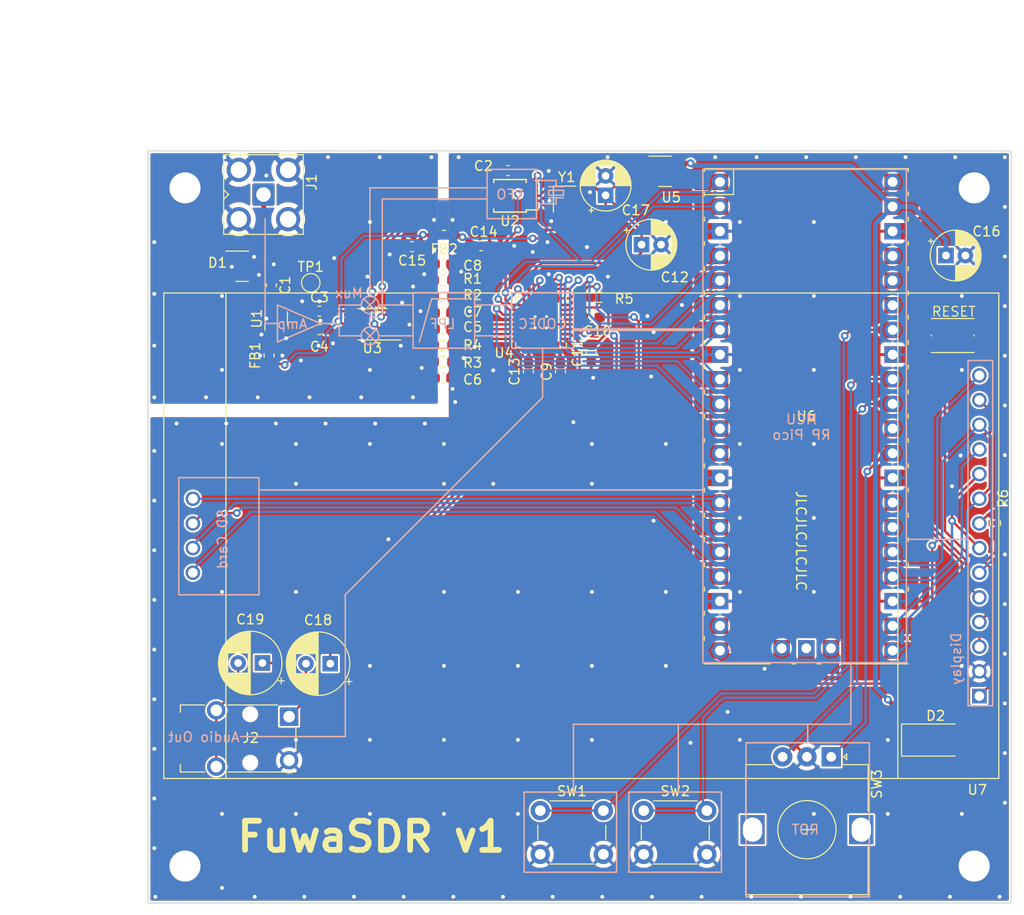
<source format=kicad_pcb>
(kicad_pcb (version 20221018) (generator pcbnew)
  (layers (0 "F.Cu" signal) (31 "B.Cu" signal) (34 "B.Paste" user) (35 "F.Paste" user) (36 "B.SilkS" user "B.Silkscreen") (37 "F.SilkS" user "F.Silkscreen") (38 "B.Mask" user) (39 "F.Mask" user) (44 "Edge.Cuts" user))
  (net 0 "")
  (net 1 "GND")
  (net 2 "Net-(J1-In)")
  (net 3 "Net-(R1-Pad1)")
  (net 4 "Net-(R2-Pad1)")
  (net 5 "Net-(R3-Pad1)")
  (net 6 "Net-(R4-Pad1)")
  (net 7 "+5V")
  (net 8 "/i2c_sda")
  (net 9 "/sd_cs")
  (net 10 "Net-(U7-LED)")
  (net 11 "/sd_mosi")
  (net 12 "/sd_miso")
  (net 13 "/sd_sck")
  (net 14 "+3.3VA")
  (net 15 "+3.3V")
  (net 16 "/i2c_scl")
  (net 17 "+BATT")
  (net 18 "+3.3VP")
  (net 19 "Net-(C1-Pad2)")
  (net 20 "Net-(C3-Pad1)")
  (net 21 "Net-(C3-Pad2)")
  (net 22 "Net-(C4-Pad2)")
  (net 23 "Net-(U4-IN2_L)")
  (net 24 "Net-(U4-IN2_R)")
  (net 25 "Net-(U4-IN1_R)")
  (net 26 "Net-(U4-IN1_L)")
  (net 27 "Net-(U4-AVDD)")
  (net 28 "Net-(U4-DVDD)")
  (net 29 "Net-(U4-REF)")
  (net 30 "Net-(U4-HPR)")
  (net 31 "Net-(C18-Pad2)")
  (net 32 "Net-(U4-HPL)")
  (net 33 "Net-(C19-Pad2)")
  (net 34 "Net-(U1-Vcc)")
  (net 35 "Net-(U4-RESET_N)")
  (net 36 "Net-(U6-GPIO28_ADC2)")
  (net 37 "Net-(U6-GPIO27_ADC1)")
  (net 38 "Net-(U6-GPIO22)")
  (net 39 "Net-(U6-GPIO26_ADC0)")
  (net 40 "Net-(U2-XA)")
  (net 41 "Net-(U2-XB)")
  (net 43 "Net-(U2-CLK1)")
  (net 44 "Net-(U2-CLK0)")
  (net 45 "Net-(U4-MCLK)")
  (net 46 "Net-(U4-BCLK)")
  (net 47 "Net-(U4-WCLK)")
  (net 48 "Net-(U4-DIN_MFP1)")
  (net 49 "Net-(U4-DOUT_MFP2)")
  (net 50 "Net-(U4-SCLK_MFP3)")
  (net 51 "Net-(U4-MISO_MFP4)")
  (net 57 "Net-(U4-GPIO_MFP5)")
  (net 59 "Net-(U6-GPIO15)")
  (net 60 "Net-(U6-GPIO16)")
  (net 61 "Net-(U6-GPIO17)")
  (net 62 "Net-(U6-GPIO18)")
  (net 63 "Net-(U6-GPIO19)")
  (net 64 "Net-(U6-GPIO20)")
  (net 65 "Net-(U6-GPIO21)")
  (net 72 "Net-(U6-RUN)")
  (footprint "Resistor_SMD:R_0603_1608Metric_Pad0.98x0.95mm_HandSolder" (layer "F.Cu") (at 61.746 30.316 180)
    (fp_text reference "R5")
    (fp_text value "10k")
  )
  (footprint "MountingHole:MountingHole_3.2mm_M3_Pad" (layer "F.Cu") (at 100.33 88.9)
    (fp_text reference "H3" hide)
    (fp_text value "MountingHole")
  )
  (footprint "Library:RPi_Pico_SMD_TH_changed_smd" (layer "F.Cu") (at 83.041 42.57)
    (fp_text reference "U6")
    (fp_text value "Pico")
  )
  (footprint "Capacitor_THT:CP_Radial_D5.0mm_P2.00mm" (layer "F.Cu") (at 97.423241 26.017)
    (fp_text reference "C16")
    (fp_text value "1u")
  )
  (footprint "MountingHole:MountingHole_3.2mm_M3_Pad" (layer "F.Cu") (at 19.05 88.9)
    (fp_text reference "H4" hide)
    (fp_text value "MountingHole")
  )
  (footprint "Capacitor_SMD:C_0603_1608Metric_Pad1.08x0.95mm_HandSolder" (layer "F.Cu") (at 54.418 37.973 90)
    (fp_text reference "C13")
    (fp_text value "1u")
  )
  (footprint "Package_SO:MSOP-10_3x3mm_P0.5mm" (layer "F.Cu") (at 52.522 19.869 180)
    (fp_text reference "U2")
    (fp_text value "Si5351A-B-GT")
  )
  (footprint "Rotary_Encoder:RotaryEncoder_Alps_EC12E_Vertical_H20mm" (layer "F.Cu") (at 85.603 77.65 -90)
    (fp_text reference "SW3")
    (fp_text value "RotaryEncoder")
  )
  (footprint "Capacitor_SMD:C_0603_1608Metric_Pad1.08x0.95mm_HandSolder" (layer "F.Cu") (at 52.324 17.272 180)
    (fp_text reference "C2")
    (fp_text value "100n")
  )
  (footprint "Capacitor_SMD:C_0603_1608Metric_Pad1.08x0.95mm_HandSolder" (layer "F.Cu") (at 45.626 38.641 180)
    (fp_text reference "C6")
    (fp_text value "3n3")
  )
  (footprint "Resistor_SMD:R_0603_1608Metric_Pad0.98x0.95mm_HandSolder" (layer "F.Cu") (at 102.513 53.587 -90)
    (fp_text reference "R6")
    (fp_text value "100")
  )
  (footprint "Package_TO_SOT_SMD:SOT-23" (layer "F.Cu") (at 68.493 17.346)
    (fp_text reference "U5")
    (fp_text value "MCP1703AT")
  )
  (footprint "Capacitor_THT:CP_Radial_D6.3mm_P2.50mm" (layer "F.Cu") (at 34.01 68.055 180)
    (fp_text reference "C18")
    (fp_text value "47u")
  )
  (footprint "MountingHole:MountingHole_3.2mm_M3_Pad" (layer "F.Cu") (at 100.33 19.05)
    (fp_text reference "H2" hide)
    (fp_text value "MountingHole")
  )
  (footprint "Capacitor_SMD:C_0603_1608Metric_Pad1.08x0.95mm_HandSolder" (layer "F.Cu") (at 27.94 29.083 -90)
    (fp_text reference "C1")
    (fp_text value "100n")
  )
  (footprint "Diode_SMD:D_SMA" (layer "F.Cu") (at 96.36 75.92)
    (fp_text reference "D2")
    (fp_text value "D")
  )
  (footprint "Package_TO_SOT_SMD:SOT-363_SC-70-6" (layer "F.Cu") (at 28.446 32.517 90)
    (fp_text reference "U1")
    (fp_text value "BGA2817")
  )
  (footprint "Capacitor_SMD:C_0603_1608Metric_Pad1.08x0.95mm_HandSolder" (layer "F.Cu") (at 32.892 33.656)
    (fp_text reference "C4")
    (fp_text value "100n")
  )
  (footprint "Resistor_SMD:R_0603_1608Metric_Pad0.98x0.95mm_HandSolder" (layer "F.Cu") (at 45.626 30.24957)
    (fp_text reference "R2")
    (fp_text value "470")
  )
  (footprint "Capacitor_SMD:C_0603_1608Metric_Pad1.08x0.95mm_HandSolder" (layer "F.Cu") (at 42.442 25.109 180)
    (fp_text reference "C15")
    (fp_text value "100n")
  )
  (footprint "Capacitor_SMD:C_0603_1608Metric_Pad1.08x0.95mm_HandSolder" (layer "F.Cu") (at 45.626 26.893 180)
    (fp_text reference "C8")
    (fp_text value "3n3")
  )
  (footprint "Capacitor_SMD:C_0603_1608Metric_Pad1.08x0.95mm_HandSolder" (layer "F.Cu") (at 45.626 33.60614 180)
    (fp_text reference "C5")
    (fp_text value "3n3")
  )
  (footprint "Crystal:Crystal_SMD_2016-4Pin_2.0x1.6mm" (layer "F.Cu") (at 58.14 20.22 -90)
    (fp_text reference "Y1")
    (fp_text value "25M")
  )
  (footprint "Capacitor_SMD:C_0603_1608Metric_Pad1.08x0.95mm_HandSolder" (layer "F.Cu") (at 60.895 36.068 90)
    (fp_text reference "C11")
    (fp_text value "100n")
  )
  (footprint "Resistor_SMD:R_0603_1608Metric_Pad0.98x0.95mm_HandSolder" (layer "F.Cu") (at 45.626 35.284425)
    (fp_text reference "R4")
    (fp_text value "470")
  )
  (footprint "Capacitor_THT:CP_Radial_D6.3mm_P2.50mm" (layer "F.Cu") (at 27.025 67.985 180)
    (fp_text reference "C19")
    (fp_text value "47u")
  )
  (footprint "Resistor_SMD:R_0603_1608Metric_Pad0.98x0.95mm_HandSolder" (layer "F.Cu") (at 45.626 28.571285)
    (fp_text reference "R1")
    (fp_text value "470")
  )
  (footprint "Capacitor_SMD:C_0603_1608Metric_Pad1.08x0.95mm_HandSolder" (layer "F.Cu") (at 57.72 37.973 90)
    (fp_text reference "C9")
    (fp_text value "1u")
  )
  (footprint "Capacitor_SMD:C_0603_1608Metric_Pad1.08x0.95mm_HandSolder" (layer "F.Cu") (at 45.626 31.927855 180)
    (fp_text reference "C7")
    (fp_text value "3n3")
  )
  (footprint "Package_DFN_QFN:Texas_S-PVQFN-N32_EP3.45x3.45mm" (layer "F.Cu") (at 55.718 32.863 -90)
    (fp_text reference "U4")
    (fp_text value "TLV320AIC3204IRHBR")
  )
  (footprint "Button_Switch_SMD:SW_Push_1P1T_NO_Vertical_Wuerth_434133025816" (layer "F.Cu") (at 98.125 34.26 180)
    (fp_text reference "SW4" hide)
    (fp_text value "SW_Push")
  )
  (footprint "Capacitor_SMD:C_0603_1608Metric_Pad1.08x0.95mm_HandSolder" (layer "F.Cu") (at 49.554 25.012)
    (fp_text reference "C14")
    (fp_text value "100n")
  )
  (footprint "Package_SO:VSSOP-10_3x3mm_P0.5mm" (layer "F.Cu") (at 38.346 33.108 180)
    (fp_text reference "U3")
    (fp_text value "TS5A23159DGS")
  )
  (footprint "Inductor_SMD:L_0603_1608Metric_Pad1.05x0.95mm_HandSolder" (layer "F.Cu") (at 45.744 23.936 180)
    (fp_text reference "FB2")
    (fp_text value "FerriteBead_Small" hide)
  )
  (footprint "Button_Switch_THT:SW_PUSH_6mm" (layer "F.Cu") (at 55.64 83.186)
    (fp_text reference "SW1")
    (fp_text value "SW_Push")
  )
  (footprint "TestPoint:TestPoint_Pad_D1.5mm" (layer "F.Cu") (at 32.005 28.83)
    (fp_text reference "TP1")
    (fp_text value "TestPoint")
  )
  (footprint "Button_Switch_THT:SW_PUSH_6mm" (layer "F.Cu") (at 66.295 83.186)
    (fp_text reference "SW2")
    (fp_text value "SW_Push")
  )
  (footprint "Capacitor_THT:CP_Radial_D5.0mm_P2.00mm" (layer "F.Cu") (at 62.371241 19.818 90)
    (fp_text reference "C17")
    (fp_text value "1u")
  )
  (footprint "Connector_Coaxial:SMA_Amphenol_901-143_Horizontal" (layer "F.Cu") (at 27.1346 19.74)
    (fp_text reference "J1")
    (fp_text value "RF IN")
  )
  (footprint "Inductor_SMD:L_0603_1608Metric_Pad1.05x0.95mm_HandSolder" (layer "F.Cu") (at 27.71 36.315 90)
    (fp_text reference "FB1")
    (fp_text value "FerriteBead_Small")
  )
  (footprint "Capacitor_THT:CP_Radial_D5.0mm_P2.00mm" (layer "F.Cu") (at 66.08 24.899241)
    (fp_text reference "C12")
    (fp_text value "47u")
  )
  (footprint "MountingHole:MountingHole_3.2mm_M3_Pad" (layer "F.Cu") (at 19.05 19.05)
    (fp_text reference "H1" hide)
    (fp_text value "MountingHole")
  )
  (footprint "MSP2807:MSP2807_floating" (layer "F.Cu") (at 102.866 79.879 180)
    (fp_text reference "U7")
    (fp_text value "MSP2807")
  )
  (footprint "Connector_Audio:Jack_3.5mm_Switronic_ST-005-G_horizontal" (layer "F.Cu") (at 23.273 75.759)
    (fp_text reference "J2")
    (fp_text value "AudioJack3")
  )
  (footprint "Package_TO_SOT_SMD:SOT-23" (layer "F.Cu") (at 24.93 27.125)
    (fp_text reference "D1")
    (fp_text value "BAV99")
  )
  (footprint "Capacitor_SMD:C_0603_1608Metric_Pad1.08x0.95mm_HandSolder" (layer "F.Cu") (at 60.895 32.385 180)
    (fp_text reference "C10")
    (fp_text value "1u")
  )
  (footprint "Resistor_SMD:R_0603_1608Metric_Pad0.98x0.95mm_HandSolder" (layer "F.Cu") (at 45.626 36.96271)
    (fp_text reference "R3")
    (fp_text value "470")
  )
  (footprint "Capacitor_SMD:C_0603_1608Metric_Pad1.08x0.95mm_HandSolder" (layer "F.Cu") (at 32.892 31.751)
    (fp_text reference "C3")
    (fp_text value "100n")
  )
  (gr_rect (start 64.77 81.28) (end 74.295 89.535) (stroke (width 0.15)) (fill none) (layer "B.SilkS"))
  (gr_line (start 93.345 55.245) (end 99.695 55.245) (stroke (width 0.15)) (layer "B.SilkS"))
  (gr_line (start 50.165 20.193) (end 39.37 20.193) (stroke (width 0.15)) (layer "B.SilkS"))
  (gr_rect (start 56.515 19.304) (end 58.039 19.812) (stroke (width 0.15)) (fill none) (layer "B.SilkS"))
  (gr_circle (center 38.1 34.29) (end 38.735 33.655) (stroke (width 0.15)) (fill none) (layer "B.SilkS"))
  (gr_line (start 57.277 20.701) (end 55.245 20.701) (stroke (width 0.15)) (layer "B.SilkS"))
  (gr_line (start 38.998025 34.29) (end 42.545 34.29) (stroke (width 0.15)) (layer "B.SilkS"))
  (gr_line (start 27.305 33.02) (end 27.305 22.225) (stroke (width 0.15)) (layer "B.SilkS"))
  (gr_line (start 48.895 34.29) (end 52.705 34.29) (stroke (width 0.15)) (layer "B.SilkS"))
  (gr_rect (start 99.695 36.83) (end 102.235 72.39) (stroke (width 0.15)) (fill none) (layer "B.SilkS"))
  (gr_line (start 35.56 75.565) (end 24.765 75.565) (stroke (width 0.15)) (layer "B.SilkS"))
  (gr_line (start 57.277 18.288) (end 55.245 18.288) (stroke (width 0.15)) (layer "B.SilkS"))
  (gr_line (start 37.201975 31.115) (end 34.925 31.115) (stroke (width 0.15)) (layer "B.SilkS"))
  (gr_rect (start 52.705 29.845) (end 59.055 35.56) (stroke (width 0.15)) (fill none) (layer "B.SilkS"))
  (gr_circle (center 38.1 31.115) (end 38.735 30.48) (stroke (width 0.15)) (fill none) (layer "B.SilkS"))
  (gr_line (start 39.37 32.385) (end 38.1 32.385) (stroke (width 0.15)) (layer "B.SilkS"))
  (gr_line (start 38.735 30.48) (end 37.465 31.75) (stroke (width 0.15)) (layer "B.SilkS"))
  (gr_line (start 37.465 33.655) (end 38.735 34.925) (stroke (width 0.15)) (layer "B.SilkS"))
  (gr_line (start 55.88 40.64) (end 35.56 60.96) (stroke (width 0.15)) (layer "B.SilkS"))
  (gr_line (start 57.277 20.066) (end 57.277 20.701) (stroke (width 0.15)) (layer "B.SilkS"))
  (gr_line (start 72.39 50.165) (end 26.67 50.165) (stroke (width 0.15)) (layer "B.SilkS"))
  (gr_line (start 37.465 30.48) (end 38.735 31.75) (stroke (width 0.15)) (layer "B.SilkS"))
  (gr_line (start 28.575 33.02) (end 27.305 33.02) (stroke (width 0.15)) (layer "B.SilkS"))
  (gr_rect (start 42.545 29.845) (end 48.895 35.56) (stroke (width 0.15)) (fill none) (layer "B.SilkS"))
  (gr_line (start 34.925 31.115) (end 34.925 34.29) (stroke (width 0.15)) (layer "B.SilkS"))
  (gr_line (start 56.515 20.066) (end 58.039 20.066) (stroke (width 0.15)) (layer "B.SilkS"))
  (gr_line (start 83.185 74.295) (end 83.185 76.2) (stroke (width 0.15)) (layer "B.SilkS"))
  (gr_line (start 50.165 19.05) (end 38.1 19.05) (stroke (width 0.15)) (layer "B.SilkS"))
  (gr_line (start 57.277 18.923) (end 57.277 18.288) (stroke (width 0.15)) (layer "B.SilkS"))
  (gr_line (start 44.45 30.48) (end 48.26 30.48) (stroke (width 0.15)) (layer "B.SilkS"))
  (gr_line (start 38.735 33.655) (end 37.465 34.925) (stroke (width 0.15)) (layer "B.SilkS"))
  (gr_line (start 56.515 18.923) (end 58.039 18.923) (stroke (width 0.15)) (layer "B.SilkS"))
  (gr_line (start 33.02 33.02) (end 34.925 33.02) (stroke (width 0.15)) (layer "B.SilkS"))
  (gr_line (start 59.055 74.295) (end 59.055 81.28) (stroke (width 0.15)) (layer "B.SilkS"))
  (gr_line (start 38.1 32.385) (end 38.1 33.391975) (stroke (width 0.15)) (layer "B.SilkS"))
  (gr_line (start 38.998025 31.115) (end 42.545 31.115) (stroke (width 0.15)) (layer "B.SilkS"))
  (gr_line (start 69.85 74.295) (end 69.85 81.28) (stroke (width 0.15)) (layer "B.SilkS"))
  (gr_line (start 87.63 67.945) (end 87.63 74.295) (stroke (width 0.15)) (layer "B.SilkS"))
  (gr_line (start 43.18 34.925) (end 44.45 30.48) (stroke (width 0.15)) (layer "B.SilkS"))
  (gr_line (start 59.055 33.655) (end 72.39 33.655) (stroke (width 0.3)) (layer "B.SilkS"))
  (gr_rect (start 53.975 81.28) (end 63.5 89.535) (stroke (width 0.15)) (fill none) (layer "B.SilkS"))
  (gr_line (start 39.37 20.193) (end 39.37 32.385) (stroke (width 0.15)) (layer "B.SilkS"))
  (gr_rect (start 76.835 76.2) (end 89.535 92.075) (stroke (width 0.15)) (fill none) (layer "B.SilkS"))
  (gr_poly (pts (xy 28.575 31.115) (xy 28.575 34.925) (xy 33.02 33.02)) (stroke (width 0.15)) (fill none) (layer "B.SilkS"))
  (gr_rect (start 72.39 17.145) (end 93.345 67.945) (stroke (width 0.15)) (fill none) (layer "B.SilkS"))
  (gr_rect (start 18.415 48.895) (end 26.67 60.96) (stroke (width 0.15)) (fill none) (layer "B.SilkS"))
  (gr_line (start 87.63 74.295) (end 59.055 74.295) (stroke (width 0.15)) (layer "B.SilkS"))
  (gr_line (start 34.925 34.29) (end 37.201975 34.29) (stroke (width 0.15)) (layer "B.SilkS"))
  (gr_line (start 35.56 60.96) (end 35.56 75.565) (stroke (width 0.15)) (layer "B.SilkS"))
  (gr_line (start 55.88 35.56) (end 55.88 40.64) (stroke (width 0.15)) (layer "B.SilkS"))
  (gr_line (start 48.895 31.115) (end 52.705 31.115) (stroke (width 0.15)) (layer "B.SilkS"))
  (gr_line (start 38.1 19.05) (end 38.1 30.216975) (stroke (width 0.15)) (layer "B.SilkS"))
  (gr_rect (start 50.165 17.145) (end 55.245 22.225) (stroke (width 0.15)) (fill none) (layer "B.SilkS"))
  (gr_rect (start 15.24 15.24) (end 104.14 92.71) (stroke (width 0.1)) (fill none) (layer "Edge.Cuts"))
  (gr_text "LPF" (at 46.99 33.655) (layer "B.SilkS") (effects (font (size 1 1)) (justify left bottom mirror)))
  (gr_text "VFO" (at 53.975 20.32) (layer "B.SilkS") (effects (font (size 1 1)) (justify left bottom mirror)))
  (gr_text "CODEC" (at 58.42 33.655) (layer "B.SilkS") (effects (font (size 1 1)) (justify left bottom mirror)))
  (gr_text "Audio Out" (at 24.765 76.2) (layer "B.SilkS") (effects (font (size 1 1)) (justify left bottom mirror)))
  (gr_text "MCU\nRP Pico" (at 82.55 45.085) (layer "B.SilkS") (effects (font (size 1 1)) (justify bottom mirror)))
  (gr_text "SD Card" (at 23.495 52.07 90) (layer "B.SilkS") (effects (font (size 1 1)) (justify left bottom mirror)))
  (gr_text "ROT" (at 84.455 85.725) (layer "B.SilkS") (effects (font (size 1 1)) (justify left bottom mirror)))
  (gr_text "Amp" (at 31.75 33.655) (layer "B.SilkS") (effects (font (size 1 1)) (justify left bottom mirror)))
  (gr_text "Mux" (at 37.465 30.48) (layer "B.SilkS") (effects (font (size 1 1)) (justify left bottom mirror)))
  (gr_text "Display" (at 99.06 64.77 90) (layer "B.SilkS") (effects (font (size 1 1)) (justify left bottom mirror)))
  (gr_text "JLCJLCJLCJLC" (at 81.915 50.165 270) (layer "F.SilkS") (effects (font (size 1 1)) (justify left bottom)))
  (gr_text "FuwaSDR v1" (at 24.13 87.63) (layer "F.SilkS") (effects (font (size 3 3) (thickness 0.6) bold) (justify left bottom)))
  (gr_text "RESET" (at 95.885 32.385) (layer "F.SilkS") (effects (font (size 1 1) (thickness 0.125)) (justify left bottom)))
  (segment (start 56.676 33.113) (end 55.968 33.113) (width 0.25) (layer "F.Cu") (net 1))
  (segment (start 54.61 31.75) (end 54.605 31.75) (width 0.25) (layer "F.Cu") (net 1))
  (segment (start 54.61 31.75) (end 54.61 31.755) (width 0.25) (layer "F.Cu") (net 1))
  (segment (start 57.116 33.113) (end 56.896 32.893) (width 0.25) (layer "F.Cu") (net 1))
  (segment (start 53.968 35.3005) (end 53.968 34.91274) (width 0.25) (layer "F.Cu") (net 1))
  (segment (start 58.1555 33.113) (end 57.116 33.113) (width 0.25) (layer "F.Cu") (net 1))
  (segment (start 54.61 31.755) (end 55.718 32.863) (width 0.25) (layer "F.Cu") (net 1))
  (segment (start 53.968 35.3005) (end 53.0735 36.195) (width 0.25) (layer "F.Cu") (net 1))
  (segment (start 54.468 31.613) (end 54.468 30.4255) (width 0.25) (layer "F.Cu") (net 1))
  (segment (start 53.2805 32.613) (end 51.816 32.613) (width 0.25) (layer "F.Cu") (net 1))
  (segment (start 54.605 31.75) (end 54.468 31.613) (width 0.25) (layer "F.Cu") (net 1))
  (segment (start 56.896 32.893) (end 56.676 33.113) (width 0.25) (layer "F.Cu") (net 1))
  (segment (start 55.968 33.113) (end 55.718 32.863) (width 0.25) (layer "F.Cu") (net 1))
  (via (at 22.86 37.803138) (size 0.8) (drill 0.4) (layers "F.Cu" "B.Cu") (net 1))
  (via (at 15.89 66.599901) (size 0.8) (drill 0.4) (layers "F.Cu" "B.Cu") (net 1))
  (via (at 30.48 49.53) (size 0.8) (drill 0.4) (layers "F.Cu" "B.Cu") (net 1))
  (via (at 37.202 40.625) (size 0.8) (drill 0.4) (layers "F.Cu" "B.Cu") (net 1))
  (via (at 103.49 77.261924) (size 0.8) (drill 0.4) (layers "F.Cu" "B.Cu") (net 1))
  (via (at 103.49 61.918943) (size 0.8) (drill 0.4) (layers "F.Cu" "B.Cu") (net 1))
  (via (at 103.49 67.03327) (size 0.8) (drill 0.4) (layers "F.Cu" "B.Cu") (net 1))
  (via (at 103.49 26.118654) (size 0.8) (drill 0.4) (layers "F.Cu" "B.Cu") (net 1))
  (via (at 26.797 36.322) (size 0.8) (drill 0.4) (layers "F.Cu" "B.Cu") (net 1))
  (via (at 38.1 75.903138) (size 0.8) (drill 0.4) (layers "F.Cu" "B.Cu") (net 1))
  (via (at 83.82 83.523138) (size 0.8) (drill 0.4) (layers "F.Cu" "B.Cu") (net 1))
  (via (at 103.49 41.461635) (size 0.8) (drill 0.4) (layers "F.Cu" "B.Cu") (net 1))
  (via (at 32.893 30.734) (size 0.8) (drill 0.4) (layers "F.Cu" "B.Cu") (net 1))
  (via (at 59.055 43.18) (size 0.8) (drill 0.4) (layers "F.Cu" "B.Cu") (net 1))
  (via (at 51.801825 92.06) (size 0.8) (drill 0.4) (layers "F.Cu" "B.Cu") (net 1))
  (via (at 83.032665 15.89) (size 0.8) (drill 0.4) (layers "F.Cu" "B.Cu") (net 1))
  (via (at 103.49 72.147597) (size 0.8) (drill 0.4) (layers "F.Cu" "B.Cu") (net 1))
  (via (at 45.72 68.283138) (size 0.8) (drill 0.4) (layers "F.Cu" "B.Cu") (net 1))
  (via (at 15.89 29.969) (size 0.8) (drill 0.4) (layers "F.Cu" "B.Cu") (net 1))
  (via (at 26.546 40.625) (size 0.8) (drill 0.4) (layers "F.Cu" "B.Cu") (net 1))
  (via (at 62.575357 15.89) (size 0.8) (drill 0.4) (layers "F.Cu" "B.Cu") (net 1))
  (via (at 15.89 40.625) (size 0.8) (drill 0.4) (layers "F.Cu" "B.Cu") (net 1))
  (via (at 31.874 40.625) (size 0.8) (drill 0.4) (layers "F.Cu" "B.Cu") (net 1))
  (via (at 45.72 60.663138) (size 0.8) (drill 0.4) (layers "F.Cu" "B.Cu") (net 1))
  (via (at 38.1 22.563138) (size 0.8) (drill 0.4) (layers "F.Cu" "B.Cu") (net 1))
  (via (at 83.82 45.423138) (size 0.8) (drill 0.4) (layers "F.Cu" "B.Cu") (net 1))
  (via (at 43.434 37.592) (size 0.8) (drill 0.4) (layers "F.Cu" "B.Cu") (net 1))
  (via (at 15.89 56.371247) (size 0.8) (drill 0.4) (layers "F.Cu" "B.Cu") (net 1))
  (via (at 36.458844 92.06) (size 0.8) (drill 0.4) (layers "F.Cu" "B.Cu") (net 1))
  (via (at 67.31 53.34) (size 0.8) (drill 0.4) (layers "F.Cu" "B.Cu") (net 1))
  (via (at 46.609 39.751) (size 0.8) (drill 0.4) (layers "F.Cu" "B.Cu") (net 1))
  (via (at 103.49 56.804616) (size 0.8) (drill 0.4) (layers "F.Cu" "B.Cu") (net 1))
  (via (at 56.916152 92.06) (size 0.8) (drill 0.4) (layers "F.Cu" "B.Cu") (net 1))
  (via (at 28.412388 43.322) (size 0.8) (drill 0.4) (layers "F.Cu" "B.Cu") (net 1))
  (via (at 68.58 22.563138) (size 0.8) (drill 0.4) (layers "F.Cu" "B.Cu") (net 1))
  (via (at 53.34 60.663138) (size 0.8) (drill 0.4) (layers "F.Cu" "B.Cu") (net 1))
  (via (at 22.86 60.663138) (size 0.8) (drill 0.4) (layers "F.Cu" "B.Cu") (net 1))
  (via (at 29.464 34.544) (size 0.8) (drill 0.4) (layers "F.Cu" "B.Cu") (net 1))
  (via (at 15.89 51.25692) (size 0.8) (drill 0.4) (layers "F.Cu" "B.Cu") (net 1))
  (via (at 15.89 35.297) (size 0.8) (drill 0.4) (layers "F.Cu" "B.Cu") (net 1))
  (via (at 26.162 26.162) (size 0.8) (drill 0.4) (layers "F.Cu" "B.Cu") (net 1))
  (via (at 15.89 87.057209) (size 0.8) (drill 0.4) (layers "F.Cu" "B.Cu") (net 1))
  (via (at 103.49 36.347308) (size 0.8) (drill 0.4) (layers "F.Cu" "B.Cu") (net 1))
  (via (at 103.49 46.575962) (size 0.8) (drill 0.4) (layers "F.Cu" "B.Cu") (net 1))
  (via (at 99.06 68.283138) (size 0.8) (drill 0.4) (layers "F.Cu" "B.Cu") (net 1))
  (via (at 73.66 15.89) (size 0.8) (drill 0.4) (layers "F.Cu" "B.Cu") (net 1))
  (via (at 18.183734 43.322) (size 0.8) (drill 0.4) (layers "F.Cu" "B.Cu") (net 1))
  (via (at 41.573171 92.06) (size 0.8) (drill 0.4) (layers "F.Cu" "B.Cu") (net 1))
  (via (at 37.846 28.194) (size 0.8) (drill 0.4) (layers "F.Cu" "B.Cu") (net 1))
  (via (at 34.29 35.052) (size 0.8) (drill 0.4) (layers "F.Cu" "B.Cu") (net 1))
  (via (at 68.58 45.423138) (size 0.8) (drill 0.4) (layers "F.Cu" "B.Cu") (net 1))
  (via (at 83.82 22.563138) (size 0.8) (drill 0.4) (layers "F.Cu" "B.Cu") (net 1))
  (via (at 43.688 27.94) (size 0.8) (drill 0.4) (layers "F.Cu" "B.Cu") (net 1))
  (via (at 22.86 83.523138) (size 0.8) (drill 0.4) (layers "F.Cu" "B.Cu") (net 1))
  (via (at 44.704 25.527) (size 0.8) (drill 0.4) (layers "F.Cu" "B.Cu") (net 1))
  (via (at 68.58 68.283138) (size 0.8) (drill 0.4) (layers "F.Cu" "B.Cu") (net 1))
  (via (at 76.2 22.563138) (size 0.8) (drill 0.4) (layers "F.Cu" "B.Cu") (net 1))
  (via (at 60.96 75.903138) (size 0.8) (drill 0.4) (layers "F.Cu" "B.Cu") (net 1))
  (via (at 23.298061 43.322) (size 0.8) (drill 0.4) (layers "F.Cu" "B.Cu") (net 1))
  (via (at 15.89 46.142593) (size 0.8) (drill 0.4) (layers "F.Cu" "B.Cu") (net 1))
  (via (at 47.232376 15.89) (size 0.8) (drill 0.4) (layers "F.Cu" "B.Cu") (net 1))
  (via (at 32.803 35.306) (size 0.8) (drill 0.4) (layers "F.Cu" "B.Cu") (net 1))
  (via (at 48.387 31.75) (size 0.8) (drill 0.4) (layers "F.Cu" "B.Cu") (net 1))
  (via (at 23.876 27.178) (size 0.8) (drill 0.4) (layers "F.Cu" "B.Cu") (net 1))
  (via (at 60.452 25.146) (size 0.8) (drill 0.4) (layers "F.Cu" "B.Cu") (net 1))
  (via (at 28.194 26.924) (size 0.8) (drill 0.4) (layers "F.Cu" "B.Cu") (net 1))
  (via (at 76.2 30.183138) (size 0.8) (drill 0.4) (layers "F.Cu" "B.Cu") (net 1))
  (via (at 88.146992 15.89) (size 0.8) (drill 0.4) (layers "F.Cu" "B.Cu") (net 1))
  (via (at 33.779 15.89) (size 0.8) (drill 0.4) (layers "F.Cu" "B.Cu") (net 1))
  (via (at 48.895 35.433) (size 0.8) (drill 0.4) (layers "F.Cu" "B.Cu") (net 1))
  (via (at 78.74 68.58) (size 0.8) (drill 0.4) (layers "F.Cu" "B.Cu") (net 1))
  (via (at 76.2 37.803138) (size 0.8) (drill 0.4) (layers "F.Cu" "B.Cu") (net 1))
  (via (at 103.49 21.004327) (size 0.8) (drill 0.4) (layers "F.Cu" "B.Cu") (net 1))
  (via (at 67.056 38.481) (size 0.8) (drill 0.4) (layers "F.Cu" "B.Cu") (net 1))
  (via (at 15.89 71.714228) (size 0.8) (drill 0.4) (layers "F.Cu" "B.Cu") (net 1))
  (via (at 76.2 53.043138) (size 0.8) (drill 0.4) (layers "F.Cu" "B.Cu") (net 1))
  (via (at 15.89 76.828555) (size 0.8) (drill 0.4) (layers "F.Cu" "B.Cu") (net 1))
  (via (at 26.23019 92.06) (size 0.8) (drill 0.4) (layers "F.Cu" "B.Cu") (net 1))
  (via (at 77.918338 15.89) (size 0.8) (drill 0.4) (layers "F.Cu" "B.Cu") (net 1))
  (via (at 26.924 34.163) (size 0.8) (drill 0.4) (layers "F.Cu" "B.Cu") (net 1))
  (via (at 60.96 49.53) (size 0.8) (drill 0.4) (layers "F.Cu" "B.Cu") (net 1))
  (via (at 83.82 53.043138) (size 0.8) (drill 0.4) (layers "F.Cu" "B.Cu") (net 1))
  (via (at 26.665155 28.012237) (size 0.8) (drill 0.4) (layers "F.Cu" "B.Cu") (net 1))
  (via (at 53.34 83.523138) (size 0.8) (drill 0.4) (layers "F.Cu" "B.Cu") (net 1))
  (via (at 30.988 36.83) (size 0.8) (drill 0.4) (layers "F.Cu" "B.Cu") (net 1))
  (via (at 55.118 33.4772) (size 0.7) (drill 0.3) (layers "F.Cu" "B.Cu") (net 1))
  (via (at 53.34 68.283138) (size 0.8) (drill 0.4) (layers "F.Cu" "B.Cu") (net 1))
  (via (at 99.06 83.523138) (size 0.8) (drill 0.4) (layers "F.Cu" "B.Cu") (net 1))
  (via (at 16.001536 92.06) (size 0.8) (drill 0.4) (layers "F.Cu" "B.Cu") (net 1))
  (via (at 46.609 25.781) (size 0.8) (drill 0.4) (layers "F.Cu" "B.Cu") (net 1))
  (via (at 22.86 91.143138) (size 0.8) (drill 0.4) (layers "F.Cu" "B.Cu") (net 1))
  (via (at 27.432 17.78) (size 0.8) (drill 0.4) (layers "F.Cu" "B.Cu") (net 1))
  (via (at 30.48 83.523138) (size 0.8) (drill 0.4) (layers "F.Cu" "B.Cu") (net 1))
  (via (at 103.49 31.232981) (size 0.8) (drill 0.4) (layers "F.Cu" "B.Cu") (net 1))
  (via (at 72.259133 92.06) (size 0.8) (drill 0.4) (layers "F.Cu" "B.Cu") (net 1))
  (via (at 52.959 25.019) (size 0.8) (drill 0.4) (layers "F.Cu" "B.Cu") (net 1))
  (via (at 70.231 31.115) (size 0.8) (drill 0.4) (layers "F.Cu" "B.Cu") (net 1))
  (via (at 44.704 22.352) (size 0.8) (drill 0.4) (layers "F.Cu" "B.Cu") (net 1))
  (via (at 45.72 49.53) (size 0.8) (drill 0.4) (layers "F.Cu" "B.Cu") (net 1))
  (via (at 56.578653 20.383347) (size 0.8) (drill 0.4) (layers "F.Cu" "B.Cu") (net 1))
  (via (at 50.8 49.53) (size 0.8) (drill 0.4) (layers "F.Cu" "B.Cu") (net 1))
  (via (at 33.526715 43.322) (size 0.8) (drill 0.4) (layers "F.Cu" "B.Cu") (net 1))
  (via (at 93.261319 15.89) (size 0.8) (drill 0.4) (layers "F.Cu" "B.Cu") (net 1))
  (via (at 44.435 15.89) (size 0.8) (drill 0.4) (layers "F.Cu" "B.Cu") (net 1))
  (via (at 56.2864 33.4772) (size 0.7) (drill 0.3) (layers "F.Cu" "B.Cu") (net 1))
  (via (at 30.48 75.903138) (size 0.8) (drill 0.4) (layers "F.Cu" "B.Cu") (net 1))
  (via (at 99.06 30.183138) (size 0.8) (drill 0.4) (layers "F.Cu" "B.Cu") (net 1))
  (via (at 38.1 83.523138) (size 0.8) (drill 0.4) (layers "F.Cu" "B.Cu") (net 1))
  (via (at 29.083 36.322) (size 0.8) (drill 0.4) (layers "F.Cu" "B.Cu") (net 1))
  (via (at 98.375646 15.89) (size 0.8) (drill 0.4) (layers "F.Cu" "B.Cu") (net 1))
  (via (at 60.96 68.283138) (size 0.8) (drill 0.4) (layers "F.Cu" "B.Cu") (net 1))
  (via (at 38.641042 43.322) (size 0.8) (drill 0.4) (layers "F.Cu" "B.Cu") (net 1))
  (via (at 56.515 27.94) (size 0.8) (drill 0.4) (layers "F.Cu" "B.Cu") (net 1))
  (via (at 46.687498 92.06) (size 0.8) (drill 0.4) (layers "F.Cu" "B.Cu") (net 1))
  (via (at 39.107 15.89) (size 0.8) (drill 0.4) (layers "F.Cu" "B.Cu") (net 1))
  (via (at 62.030479 92.06) (size 0.8) (drill 0.4) (layers "F.Cu" "B.Cu") (net 1))
  (via (at 15.89 24.641) (size 0.8) (drill 0.4) (layers "F.Cu" "B.Cu") (net 1))
  (via (at 21.218 40.625) (size 0.8) (drill 0.4) (layers "F.Cu" "B.Cu") (net 1))
  (via (at 91.44 83.523138) (size 0.8) (drill 0.4) (layers "F.Cu" "B.Cu") (net 1))
  (via (at 37.333347 31.491347) (size 0.8) (drill 0.4) (layers "F.Cu" "B.Cu") (net 1))
  (via (at 56.388 24.638) (size 0.8) (drill 0.4) (layers "F.Cu" "B.Cu") (net 1))
  (via (at 47.498 27.686) (size 0.8) (drill 0.4) (layers "F.Cu" "B.Cu") (net 1))
  (via (at 46.878 41.107259) (size 0.8) (drill 0.4) (layers "F.Cu" "B.Cu") (net 1))
  (via (at 41.413031 30.872031) (size 0.8) (drill 0.4) (layers "F.Cu" "B.Cu") (net 1))
  (via (at 103.49 51.690289) (size 0.8) (drill 0.4) (layers "F.Cu" "B.Cu") (net 1))
  (via (at 38.1 68.283138) (size 0.8) (drill 0.4) (layers "F.Cu" "B.Cu") (net 1))
  (via (at 56.769 22.479) (size 0.8) (drill 0.4) (layers "F.Cu" "B.Cu") (net 1))
  (via (at 103.49 82.376251) (size 0.8) (drill 0.4) (layers "F.Cu" "B.Cu") (net 1))
  (via (at 87.602114 92.06) (size 0.8) (drill 0.4) (layers "F.Cu" "B.Cu") (net 1))
  (via (at 67.31 33.909) (size 0.8) (drill 0.4) (layers "F.Cu" "B.Cu") (net 1))
  (via (at 76.2 75.903138) (size 0.8) (drill 0.4) (layers "F.Cu" "B.Cu") (net 1))
  (via (at 82.487787 92.06) (size 0.8) (drill 0.4) (layers "F.Cu" "B.Cu") (net 1))
  (via (at 77.37346 92.06) (size 0.8) (drill 0.4) (layers "F.Cu" "B.Cu") (net 1))
  (via (at 56.509044 17.309) (size 0.8) (drill 0.4) (layers "F.Cu" "B.Cu") (net 1))
  (via (at 46.609 22.352) (size 0.8) (drill 0.4) (layers "F.Cu" "B.Cu") (net 1))
  (via (at 41.271347 35.311653) (size 0.8) (drill 0.4) (layers "F.Cu" "B.Cu") (net 1))
  (via (at 22.86 45.423138) (size 0.8) (drill 0.4) (layers "F.Cu" "B.Cu") (net 1))
  (via (at 60.96 45.423138) (size 0.8) (drill 0.4) (layers "F.Cu" "B.Cu") (net 1))
  (via (at 42.545 29.21) (size 0.8) (drill 0.4) (layers "F.Cu" "B.Cu") (net 1))
  (via (at 27.432 32.512) (size 0.8) (drill 0.4) (layers "F.Cu" "B.Cu") (net 1))
  (via (at 22.86 30.183138) (size 0.8) (drill 0.4) (layers "F.Cu" "B.Cu") (net 1))
  (via (at 47.752 36.576) (size 0.8) (drill 0.4) (layers "F.Cu" "B.Cu") (net 1))
  (via (at 97.830768 92.06) (size 0.8) (drill 0.4) (layers "F.Cu" "B.Cu") (net 1))
  (via (at 83.82 37.803138) (size 0.8) (drill 0.4) (layers "F.Cu" "B.Cu") (net 1))
  (via (at 62.611 28.194) (size 0.8) (drill 0.4) (layers "F.Cu" "B.Cu") (net 1))
  (via (at 42.53 40.625) (size 0.8) (drill 0.4) (layers "F.Cu" "B.Cu") (net 1))
  (via (at 30.48 45.423138) (size 0.8) (drill 0.4) (layers "F.Cu" "B.Cu") (net 1))
  (via (at 34.417 26.289) (size 0.8) (drill 0.4) (layers "F.Cu" "B.Cu") (net 1))
  (via (at 83.82 30.183138) (size 0.8) (drill 0.4) (layers "F.Cu" "B.Cu") (net 1))
  (via (at 31.115 30.734) (size 0.8) (drill 0.4) (layers "F.Cu" "B.Cu") (net 1))
  (via (at 53.34 75.903138) (size 0.8) (drill 0.4) (layers "F.Cu" "B.Cu") (net 1))
  (via (at 56.2864 32.3088) (size 0.7) (drill 0.3) (layers "F.Cu" "B.Cu") (net 1))
  (via (at 32.994243 32.71878) (size 0.8) (drill 0.4) (layers "F.Cu" "B.Cu") (net 1))
  (via (at 45.72 45.423138) (size 0.8) (drill 0.4) (layers "F.Cu" "B.Cu") (net 1))
  (via (at 68.58 60.663138) (size 0.8) (drill 0.4) (layers "F.Cu" "B.Cu") (net 1))
  (via (at 83.82 60.663138) (size 0.8) (drill 0.4) (layers "F.Cu" "B.Cu") (net 1))
  (via (at 38.1 45.423138) (size 0.8) (drill 0.4) (layers "F.Cu" "B.Cu") (net 1))
  (via (at 55.118 32.3088) (size 0.7) (drill 0.3) (layers "F.Cu" "B.Cu") (net 1))
  (via (at 66.675 32.258) (size 0.8) (drill 0.4) (layers "F.Cu" "B.Cu") (net 1))
  (via (at 40.132 25.908) (size 0.8) (drill 0.4) (layers "F.Cu" "B.Cu") (net 1))
  (via (at 91.44 75.903138) (size 0.8) (drill 0.4) (layers "F.Cu" "B.Cu") (net 1))
  (via (at 15.89 61.485574) (size 0.8) (drill 0.4) (layers "F.Cu" "B.Cu") (net 1))
  (via (at 38.1 37.803138) (size 0.8) (drill 0.4) (layers "F.Cu" "B.Cu") (net 1))
  (via (at 45.72 75.903138) (size 0.8) (drill 0.4) (layers "F.Cu" "B.Cu") (net 1))
  (via (at 102.945095 92.06) (size 0.8) (drill 0.4) (layers "F.Cu" "B.Cu") (net 1))
  (via (at 76.2 60.663138) (size 0.8) (drill 0.4) (layers "F.Cu" "B.Cu") (net 1))
  (via (at 23.123 15.89) (size 0.8) (drill 0.4) (layers "F.Cu" "B.Cu") (net 1))
  (via (at 60.96 60.663138) (size 0.8) (drill 0.4) (layers "F.Cu" "B.Cu") (net 1))
  (via (at 67.144806 92.06) (size 0.8) (drill 0.4) (layers "F.Cu" "B.Cu") (net 1))
  (via (at 61.087 38.608) (size 0.8) (drill 0.4) (layers "F.Cu" "B.Cu") (net 1))
  (via (at 98.044 49.784) (size 0.8) (drill 0.4) (layers "F.Cu" "B.Cu") (net 1))
  (via (at 42.169351 33.141649) (size 0.8) (drill 0.4) (layers "F.Cu" "B.Cu") (net 1))
  (via (at 15.89 81.942882) (size 0.8) (drill 0.4) (layers "F.Cu" "B.Cu") (net 1))
  (via (at 40.005 55.245) (size 0.8) (drill 0.4) (layers "F.Cu" "B.Cu") (net 1))
  (via (at 37.338 34.798) (size 0.8) (drill 0.4) (layers "F.Cu" "B.Cu") (net 1))
  (via (at 103.49 15.89) (size 0.8) (drill 0.4) (layers "F.Cu" "B.Cu") (net 1))
  (via (at 99.06 37.803138) (size 0.8) (drill 0.4) (layers "F.Cu" "B.Cu") (net 1))
  (via (at 98.933 46.609) (size 0.8) (drill 0.4) (layers "F.Cu" "B.Cu") (net 1))
  (via (at 54.864 25.654) (size 0.8) (drill 0.4) (layers "F.Cu" "B.Cu") (net 1))
  (via (at 43.755369 43.322) (size 0.8) (drill 0.4) (layers "F.Cu" "B.Cu") (net 1))
  (via (at 71.12 76.2) (size 0.8) (drill 0.4) (layers "F.Cu" "B.Cu") (net 1))
  (via (at 45.72 83.523138) (size 0.8) (drill 0.4) (layers "F.Cu" "B.Cu") (net 1))
  (via (at 60.760194 19.4945) (size 0.8) (drill 0.4) (layers "F.Cu" "B.Cu") (net 1))
  (via (at 30.48 60.663138) (size 0.8) (drill 0.4) (layers "F.Cu" "B.Cu") (net 1))
  (via (at 50.8 37.846) (size 0.8) (drill 0.4) (layers "F.Cu" "B.Cu") (net 1))
  (via (at 31.344517 92.06) (size 0.8) (drill 0.4) (layers "F.Cu" "B.Cu") (net 1))
  (via (at 76.2 45.423138) (size 0.8) (drill 0.4) (layers "F.Cu" "B.Cu") (net 1))
  (via (at 43.307 31.75) (size 0.8) (drill 0.4) (layers "F.Cu" "B.Cu") (net 1))
  (via (at 74.93 73.025) (size 0.8) (drill 0.4) (layers "F.Cu" "B.Cu") (net 1))
  (via (at 92.716441 92.06) (size 0.8) (drill 0.4) (layers "F.Cu" "B.Cu") (net 1))
  (segment (start 27.16 27.305) (end 27.7125 27.8575) (width 0.5) (layer "F.Cu") (net 2))
  (segment (start 27.16 19.645) (end 27.16 27.305) (width 0.5) (layer "F.Cu") (net 2))
  (segment (start 27.16 27.305) (end 26.98 27.125) (width 0.5) (layer "F.Cu") (net 2))
  (segment (start 27.7125 27.8575) (end 27.7125 28.448) (width 0.5) (layer "F.Cu") (net 2))
  (segment (start 26.98 27.125) (end 25.8675 27.125) (width 0.5) (layer "F.Cu") (net 2))
  (segment (start 39.572614 31.623) (end 41.687368 31.623) (width 0.25) (layer "F.Cu") (net 3))
  (segment (start 39.552121 31.602507) (end 39.572614 31.623) (width 0.25) (layer "F.Cu") (net 3))
  (segment (start 44.7135 28.596868) (end 44.7135 28.571285) (width 0.25) (layer "F.Cu") (net 3))
  (segment (start 36.146 32.608) (end 37.242 32.608) (width 0.25) (layer "F.Cu") (net 3))
  (segment (start 37.242 32.608) (end 38.247493 31.602507) (width 0.25) (layer "F.Cu") (net 3))
  (segment (start 41.687368 31.623) (end 44.7135 28.596868) (width 0.25) (layer "F.Cu") (net 3))
  (segment (start 38.247493 31.602507) (end 39.552121 31.602507) (width 0.25) (layer "F.Cu") (net 3))
  (segment (start 41.338764 32.608) (end 40.546 32.608) (width 0.25) (layer "F.Cu") (net 4))
  (segment (start 44.7135 30.24957) (end 43.697194 30.24957) (width 0.25) (layer "F.Cu") (net 4))
  (segment (start 43.697194 30.24957) (end 41.338764 32.608) (width 0.25) (layer "F.Cu") (net 4))
  (segment (start 44.32871 36.96271) (end 41.949 34.583) (width 0.25) (layer "F.Cu") (net 5))
  (segment (start 37.418 33.608) (end 36.146 33.608) (width 0.25) (layer "F.Cu") (net 5))
  (segment (start 44.7135 36.96271) (end 44.32871 36.96271) (width 0.25) (layer "F.Cu") (net 5))
  (segment (start 38.393 34.583) (end 37.418 33.608) (width 0.25) (layer "F.Cu") (net 5))
  (segment (start 41.949 34.583) (end 38.393 34.583) (width 0.25) (layer "F.Cu") (net 5))
  (segment (start 44.7135 35.284425) (end 43.286821 35.284425) (width 0.25) (layer "F.Cu") (net 6))
  (segment (start 41.610396 33.608) (end 40.546 33.608) (width 0.25) (layer "F.Cu") (net 6))
  (segment (start 43.286821 35.284425) (end 41.610396 33.608) (width 0.25) (layer "F.Cu") (net 6))
  (segment (start 70.686 16.51) (end 69.85 17.346) (width 0.5) (layer "F.Cu") (net 7))
  (segment (start 91.44 71.755) (end 94.36 74.675) (width 0.5) (layer "F.Cu") (net 7))
  (segment (start 71.12 16.51) (end 70.686 16.51) (width 0.5) (layer "F.Cu") (net 7))
  (segment (start 94.36 74.675) (end 94.36 75.92) (width 0.5) (layer "F.Cu") (net 7))
  (via (at 91.44 71.755) (size 0.8) (drill 0.4) (layers "F.Cu" "B.Cu") (net 7))
  (via (at 71.12 16.51) (size 0.8) (drill 0.4) (layers "F.Cu" "B.Cu") (net 7))
  (segment (start 87.691 16.74) (end 91.931 20.98) (width 0.5) (layer "B.Cu") (net 7))
  (segment (start 71.12 16.51) (end 71.35 16.74) (width 0.5) (layer "B.Cu") (net 7))
  (segment (start 97.423241 26.017) (end 97.423241 24.398241) (width 0.5) (layer "B.Cu") (net 7))
  (segment (start 97.423241 24.398241) (end 94.005 20.98) (width 0.5) (layer "B.Cu") (net 7))
  (segment (start 90.17 70.485) (end 90.17 22.741) (width 0.5) (layer "B.Cu") (net 7))
  (segment (start 71.35 16.74) (end 87.691 16.74) (width 0.5) (layer "B.Cu") (net 7))
  (segment (start 91.44 71.755) (end 90.17 70.485) (width 0.5) (layer "B.Cu") (net 7))
  (segment (start 94.005 20.98) (end 91.931 20.98) (width 0.5) (layer "B.Cu") (net 7))
  (segment (start 90.17 22.741) (end 91.931 20.98) (width 0.5) (layer "B.Cu") (net 7))
  (segment (start 51.316245 30.50216) (end 52.427085 31.613) (width 0.25) (layer "F.Cu") (net 8))
  (segment (start 52.427085 31.613) (end 53.2805 31.613) (width 0.25) (layer "F.Cu") (net 8))
  (segment (start 54.722 18.869) (end 54.722 18.43) (width 0.25) (layer "F.Cu") (net 8))
  (segment (start 54.722 18.43) (end 55.372 17.78) (width 0.25) (layer "F.Cu") (net 8))
  (via (at 51.316245 30.50216) (size 0.8) (drill 0.4) (layers "F.Cu" "B.Cu") (net 8))
  (via (at 55.372 17.78) (size 0.8) (drill 0.4) (layers "F.Cu" "B.Cu") (net 8))
  (segment (start 72.976 19.48) (end 68.15 19.48) (width 0.25) (layer "B.Cu") (net 8))
  (segment (start 54.102 26.67) (end 51.316245 29.455755) (width 0.25) (layer "B.Cu") (net 8))
  (segment (start 59.944 26.67) (end 54.102 26.67) (width 0.25) (layer "B.Cu") (net 8))
  (segment (start 55.722946 18.130946) (end 55.372 17.78) (width 0.25) (layer "B.Cu") (net 8))
  (segment (start 59.944 26.67) (end 59.817 26.67) (width 0.25) (layer "B.Cu") (net 8))
  (segment (start 59.817 26.67) (end 55.722946 22.575946) (width 0.25) (layer "B.Cu") (net 8))
  (segment (start 74.016 18.44) (end 72.976 19.48) (width 0.25) (layer "B.Cu") (net 8))
  (segment (start 55.722946 22.575946) (end 55.722946 18.130946) (width 0.25) (layer "B.Cu") (net 8))
  (segment (start 60.96 26.67) (end 59.944 26.67) (width 0.25) (layer "B.Cu") (net 8))
  (segment (start 51.316245 29.455755) (end 51.316245 30.50216) (width 0.25) (layer "B.Cu") (net 8))
  (segment (start 74.151 18.44) (end 74.016 18.44) (width 0.25) (layer "B.Cu") (net 8))
  (segment (start 68.15 19.48) (end 60.96 26.67) (width 0.25) (layer "B.Cu") (net 8))
  (segment (start 19.866 58.689) (end 19.866 58.366) (width 0.25) (layer "B.Cu") (net 9))
  (segment (start 19.866 58.366) (end 25.813 52.419) (width 0.25) (layer "B.Cu") (net 9))
  (segment (start 25.813 52.419) (end 67.49 52.419) (width 0.25) (layer "B.Cu") (net 9))
  (segment (start 67.49 52.419) (end 74.151 59.08) (width 0.25) (layer "B.Cu") (net 9))
  (segment (start 101.8005 52.6745) (end 100.866 53.609) (width 0.25) (layer "F.Cu") (net 10))
  (segment (start 102.513 52.6745) (end 101.8005 52.6745) (width 0.25) (layer "F.Cu") (net 10))
  (segment (start 71.67 51.519) (end 24.173 51.519) (width 0.25) (layer "B.Cu") (net 11))
  (segment (start 74.151 54) (end 71.67 51.519) (width 0.25) (layer "B.Cu") (net 11))
  (segment (start 19.866 55.826) (end 19.866 56.149) (width 0.25) (layer "B.Cu") (net 11))
  (segment (start 24.173 51.519) (end 19.866 55.826) (width 0.25) (layer "B.Cu") (net 11))
  (segment (start 20.934 52.541) (end 19.866 53.609) (width 0.25) (layer "F.Cu") (net 12))
  (segment (start 24.388653 52.541) (end 20.934 52.541) (width 0.25) (layer "F.Cu") (net 12))
  (via (at 24.388653 52.541) (size 0.8) (drill 0.4) (layers "F.Cu" "B.Cu") (net 12))
  (segment (start 24.960653 51.969) (end 69.58 51.969) (width 0.25) (layer "B.Cu") (net 12))
  (segment (start 24.388653 52.541) (end 24.960653 51.969) (width 0.25) (layer "B.Cu") (net 12))
  (segment (start 69.58 51.969) (end 74.151 56.54) (width 0.25) (layer "B.Cu") (net 12))
  (segment (start 73.426812 51.46) (end 74.151 51.46) (width 0.25) (layer "B.Cu") (net 13))
  (segment (start 73.76 51.069) (end 74.151 51.46) (width 0.25) (layer "B.Cu") (net 13))
  (segment (start 19.866 51.069) (end 73.76 51.069) (width 0.25) (layer "B.Cu") (net 13))
  (segment (start 29.325537 37.292145) (end 29.223392 37.19) (width 0.25) (layer "F.Cu") (net 14))
  (segment (start 43.3045 25.109) (end 43.3045 24.1325) (width 0.25) (layer "F.Cu") (net 14))
  (segment (start 29.223392 37.19) (end 27.71 37.19) (width 0.25) (layer "F.Cu") (net 14))
  (segment (start 34.83133 32.80124) (end 35.046476 32.80124) (width 0.25) (layer "F.Cu") (net 14))
  (segment (start 35.046476 32.80124) (end 35.353236 33.108) (width 0.25) (layer "F.Cu") (net 14))
  (segment (start 43.3045 24.1325) (end 43.561 23.876) (width 0.25) (layer "F.Cu") (net 14))
  (segment (start 44.869 23.936) (end 43.621 23.936) (width 0.25) (layer "F.Cu") (net 14))
  (segment (start 35.353236 33.108) (end 36.146 33.108) (width 0.25) (layer "F.Cu") (net 14))
  (segment (start 43.621 23.936) (end 43.561 23.876) (width 0.25) (layer "F.Cu") (net 14))
  (via (at 29.325537 37.292145) (size 0.8) (drill 0.4) (layers "F.Cu" "B.Cu") (net 14))
  (via (at 34.83133 32.80124) (size 0.8) (drill 0.4) (layers "F.Cu" "B.Cu") (net 14))
  (via (at 43.561 23.876) (size 0.8) (drill 0.4) (layers "F.Cu" "B.Cu") (net 14))
  (segment (start 33.528 35.62857) (end 33.528 34.10457) (width 0.25) (layer "B.Cu") (net 14))
  (segment (start 43.434 24.003) (end 43.561 23.876) (width 0.25) (layer "B.Cu") (net 14))
  (segment (start 34.83133 32.80124) (end 35.142 32.49057) (width 0.25) (layer "B.Cu") (net 14))
  (segment (start 33.528 34.10457) (end 34.83133 32.80124) (width 0.25) (layer "B.Cu") (net 14))
  (segment (start 29.325537 37.292145) (end 30.549682 36.068) (width 0.25) (layer "B.Cu") (net 14))
  (segment (start 33.08857 36.068) (end 33.528 35.62857) (width 0.25) (layer "B.Cu") (net 14))
  (segment (start 35.142 26.326) (end 37.465 24.003) (width 0.25) (layer "B.Cu") (net 14))
  (segment (start 30.549682 36.068) (end 33.08857 36.068) (width 0.25) (layer "B.Cu") (net 14))
  (segment (start 35.142 32.49057) (end 35.142 26.326) (width 0.25) (layer "B.Cu") (net 14))
  (segment (start 37.465 24.003) (end 43.434 24.003) (width 0.25) (layer "B.Cu") (net 14))
  (segment (start 97.319 31.3635) (end 97.319 54.393) (width 0.25) (layer "F.Cu") (net 15))
  (segment (start 97.319 54.393) (end 100.54 57.614) (width 0.25) (layer "F.Cu") (net 15))
  (segment (start 102.362 62.273) (end 100.866 63.769) (width 0.25) (layer "F.Cu") (net 15))
  (segment (start 102.513 56.53) (end 101.429 57.614) (width 0.25) (layer "F.Cu") (net 15))
  (segment (start 100.54 57.614) (end 101.429 57.614) (width 0.25) (layer "F.Cu") (net 15))
  (segment (start 101.429 57.614) (end 102.362 58.547) (width 0.25) (layer "F.Cu") (net 15))
  (segment (start 94.5555 28.6) (end 97.319 31.3635) (width 0.25) (layer "F.Cu") (net 15))
  (segment (start 102.362 58.547) (end 102.362 59.69) (width 0.25) (layer "F.Cu") (net 15))
  (segment (start 102.362 59.69) (end 102.362 62.273) (width 0.25) (layer "F.Cu") (net 15))
  (segment (start 91.931 28.6) (end 94.5555 28.6) (width 0.25) (layer "F.Cu") (net 15))
  (segment (start 102.362 62.273) (end 102.362 69.893) (width 0.25) (layer "F.Cu") (net 15))
  (segment (start 102.513 54.4995) (end 102.513 56.53) (width 0.25) (layer "F.Cu") (net 15))
  (segment (start 102.362 69.893) (end 100.866 71.389) (width 0.25) (layer "F.Cu") (net 15))
  (segment (start 53.722 19.369) (end 54.722 19.369) (width 0.25) (layer "F.Cu") (net 16))
  (segment (start 52.07 30.607) (end 52.576 31.113) (width 0.25) (layer "F.Cu") (net 16))
  (segment (start 52.576 31.113) (end 53.2805 31.113) (width 0.25) (layer "F.Cu") (net 16))
  (segment (start 53.34 23.368) (end 52.07 24.638) (width 0.25) (layer "F.Cu") (net 16))
  (segment (start 53.34 19.685) (end 53.406 19.685) (width 0.25) (layer "F.Cu") (net 16))
  (segment (start 53.406 19.685) (end 53.722 19.369) (width 0.25) (layer "F.Cu") (net 16))
  (segment (start 52.07 29.845) (end 52.07 30.607) (width 0.25) (layer "F.Cu") (net 16))
  (segment (start 52.07 24.638) (end 52.07 29.845) (width 0.25) (layer "F.Cu") (net 16))
  (via (at 52.07 29.845) (size 0.8) (drill 0.4) (layers "F.Cu" "B.Cu") (net 16))
  (via (at 53.34 19.685) (size 0.8) (drill 0.4) (layers "F.Cu" "B.Cu") (net 16))
  (via (at 53.34 23.368) (size 0.8) (drill 0.4) (layers "F.Cu" "B.Cu") (net 16))
  (segment (start 53.34 19.685) (end 53.34 23.368) (width 0.25) (layer "B.Cu") (net 16))
  (segment (start 54.595811 27.12) (end 61.146396 27.12) (width 0.25) (layer "B.Cu") (net 16))
  (segment (start 67.286396 20.98) (end 74.151 20.98) (width 0.25) (layer "B.Cu") (net 16))
  (segment (start 52.07 29.645811) (end 54.595811 27.12) (width 0.25) (layer "B.Cu") (net 16))
  (segment (start 61.146396 27.12) (end 67.286396 20.98) (width 0.25) (layer "B.Cu") (net 16))
  (segment (start 52.07 29.845) (end 52.07 29.645811) (width 0.25) (layer "B.Cu") (net 16))
  (segment (start 54.968 30.4255) (end 54.968 28.979305) (width 0.25) (layer "F.Cu") (net 18))
  (segment (start 56.388 23.368) (end 55.499 24.257) (width 0.25) (layer "F.Cu") (net 18))
  (segment (start 64.9605 26.797) (end 62.23 26.797) (width 0.25) (layer "F.Cu") (net 18))
  (segment (start 62.371241 19.818) (end 63.774241 18.415) (width 0.25) (layer "F.Cu") (net 18))
  (segment (start 58.1555 34.113) (end 58.7865 34.113) (width 0.25) (layer "F.Cu") (net 18))
  (segment (start 59.17 31.953198) (end 59.17 31.907924) (width 0.25) (layer "F.Cu") (net 18))
  (segment (start 63.627 28.184695) (end 62.239305 26.797) (width 0.25) (layer "F.Cu") (net 18))
  (segment (start 66.080001 23.535001) (end 66.080001 25.677499) (width 0.25) (layer "F.Cu") (net 18))
  (segment (start 62.109 19.818) (end 62.371241 19.818) (width 0.25) (layer "F.Cu") (net 18))
  (segment (start 57.129695 16.383) (end 57.611695 16.865) (width 0.25) (layer "F.Cu") (net 18))
  (segment (start 54.722 22.337) (end 54.722 20.869) (width 0.25) (layer "F.Cu") (net 18))
  (segment (start 54.968 28.979305) (end 54.864 28.875305) (width 0.25) (layer "F.Cu") (net 18))
  (segment (start 47.625 24.13) (end 47.431 23.936) (width 0.25) (layer "F.Cu") (net 18))
  (segment (start 62.239305 26.797) (end 62.23 26.797) (width 0.25) (layer "F.Cu") (net 18))
  (segment (start 56.388 23.368) (end 55.753 23.368) (width 0.25) (layer "F.Cu") (net 18))
  (segment (start 54.864 28.875305) (end 54.864 27.686) (width 0.25) (layer "F.Cu") (net 18))
  (segment (start 58.1555 32.113) (end 58.1755 32.093) (width 0.25) (layer "F.Cu") (net 18))
  (segment (start 66.080001 25.677499) (end 64.9605 26.797) (width 0.25) (layer "F.Cu") (net 18))
  (segment (start 47.431 23.936) (end 46.619 23.936) (width 0.25) (layer "F.Cu") (net 18))
  (segment (start 57.611695 16.865) (end 59.156 16.865) (width 0.25) (layer "F.Cu") (net 18))
  (segment (start 59.879 35.2055) (end 61.3145 35.2055) (width 0.25) (layer "F.Cu") (net 18))
  (segment (start 49.276 19.323) (end 49.276 18.415) (width 0.25) (layer "F.Cu") (net 18))
  (segment (start 59.708924 31.369) (end 62.1505 31.369) (width 0.25) (layer "F.Cu") (net 18))
  (segment (start 62.6585 33.8615) (end 62.6585 30.316) (width 0.25) (layer "F.Cu") (net 18))
  (segment (start 59.17 31.907924) (end 59.708924 31.369) (width 0.25) (layer "F.Cu") (net 18))
  (segment (start 67.4365 18.415) (end 67.5555 18.296) (width 0.25) (layer "F.Cu") (net 18))
  (segment (start 55.753 26.797) (end 62.23 26.797) (width 0.25) (layer "F.Cu") (net 18))
  (segment (start 50.419 17.272) (end 51.4615 17.272) (width 0.25) (layer "F.Cu") (net 18))
  (segment (start 55.753 23.368) (end 54.722 22.337) (width 0.25) (layer "F.Cu") (net 18))
  (segment (start 56.388 23.368) (end 60.626241 23.368) (width 0.25) (layer "F.Cu") (net 18))
  (segment (start 51.4615 17.272) (end 52.3505 16.383) (width 0.25) (layer "F.Cu") (net 18))
  (segment (start 62.371241 19.826241) (end 66.080001 23.535001) (width 0.25) (layer "F.Cu") (net 18))
  (segment (start 52.3505 16.383) (end 57.129695 16.383) (width 0.25) (layer "F.Cu") (net 18))
  (segment (start 47.625 24.13) (end 47.8095 24.13) (width 0.25) (layer "F.Cu") (net 18))
  (segment (start 49.276 18.415) (end 50.419 17.272) (width 0.25) (layer "F.Cu") (net 18))
  (segment (start 54.864 27.686) (end 55.753 26.797) (width 0.25) (layer "F.Cu") (net 18))
  (segment (start 62.6585 30.316) (end 63.627 29.3475) (width 0.25) (layer "F.Cu") (net 18))
  (segment (start 49.322 19.369) (end 49.276 19.323) (width 0.25) (layer "F.Cu") (net 18))
  (segment (start 59.156 16.865) (end 62.109 19.818) (width 0.25) (layer "F.Cu") (net 18))
  (segment (start 58.7865 34.113) (end 59.879 35.2055) (width 0.25) (layer "F.Cu") (net 18))
  (segment (start 47.8095 24.13) (end 48.6915 25.012) (width 0.25) (layer "F.Cu") (net 18))
  (segment (start 58.1555 32.113) (end 59.010198 32.113) (width 0.25) (layer "F.Cu") (net 18))
  (segment (start 50.322 19.369) (end 49.322 19.369) (width 0.25) (layer "F.Cu") (net 18))
  (segment (start 62.1505 31.369) (end 62.6585 30.861) (width 0.25) (layer "F.Cu") (net 18))
  (segment (start 59.010198 32.113) (end 59.17 31.953198) (width 0.25) (layer "F.Cu") (net 18))
  (segment (start 55.499 24.257) (end 54.864 24.257) (width 0.25) (layer "F.Cu") (net 18))
  (segment (start 61.3145 35.2055) (end 62.6585 33.8615) (width 0.25) (layer "F.Cu") (net 18))
  (segment (start 63.774241 18.415) (end 67.4365 18.415) (width 0.25) (layer "F.Cu") (net 18))
  (segment (start 63.627 29.3475) (end 63.627 28.184695) (width 0.25) (layer "F.Cu") (net 18))
  (segment (start 62.371241 21.623) (end 62.371241 19.826241) (width 0.25) (layer "F.Cu") (net 18))
  (segment (start 60.626241 23.368) (end 62.371241 21.623) (width 0.25) (layer "F.Cu") (net 18))
  (via (at 54.864 24.257) (size 0.8) (drill 0.4) (layers "F.Cu" "B.Cu") (net 18))
  (via (at 47.625 24.13) (size 0.8) (drill 0.4) (layers "F.Cu" "B.Cu") (net 18))
  (segment (start 47.625 24.13) (end 47.752 24.257) (width 0.25) (layer "B.Cu") (net 18))
  (segment (start 47.752 24.257) (end 54.864 24.257) (width 0.25) (layer "B.Cu") (net 18))
  (segment (start 27.796 30.0895) (end 27.796 31.567) (width 0.4) (layer "F.Cu") (net 19))
  (segment (start 27.94 29.9455) (end 27.796 30.0895) (width 0.4) (layer "F.Cu") (net 19))
  (segment (start 29.285 33.656) (end 32.0295 33.656) (width 0.25) (layer "F.Cu") (net 20))
  (segment (start 32.005 31.7265) (end 32.0295 31.751) (width 0.25) (layer "F.Cu") (net 20))
  (segment (start 29.096 33.467) (end 29.285 33.656) (width 0.25) (layer "F.Cu") (net 20))
  (segment (start 32.0295 31.751) (end 30.812 31.751) (width 0.25) (layer "F.Cu") (net 20))
  (segment (start 32.005 28.83) (end 32.005 31.7265) (width 0.25) (layer "F.Cu") (net 20))
  (segment (start 30.812 31.751) (end 29.096 33.467) (width 0.25) (layer "F.Cu") (net 20))
  (segment (start 33.7545 31.751) (end 35.789 31.751) (width 0.25) (layer "F.Cu") (net 21))
  (segment (start 35.789 31.751) (end 36.146 32.108) (width 0.25) (layer "F.Cu") (net 21))
  (segment (start 33.7545 33.656) (end 34.2065 34.108) (width 0.25) (layer "F.Cu") (net 22))
  (segment (start 34.2065 34.108) (end 36.146 34.108) (width 0.25) (layer "F.Cu") (net 22))
  (segment (start 53.2805 34.113) (end 47.802 34.113) (width 0.25) (layer "F.Cu") (net 23))
  (segment (start 46.5385 33.65614) (end 46.4885 33.60614) (width 0.25) (layer "F.Cu") (net 23))
  (segment (start 47.802 34.113) (end 46.630575 35.284425) (width 0.25) (layer "F.Cu") (net 23))
  (segment (start 46.5385 35.284425) (end 46.5385 33.65614) (width 0.25) (layer "F.Cu") (net 23))
  (segment (start 46.630575 35.284425) (end 46.5385 35.284425) (width 0.25) (layer "F.Cu") (net 23))
  (segment (start 46.5385 36.6465) (end 46.5385 36.96271) (width 0.25) (layer "F.Cu") (net 24))
  (segment (start 48.572 34.613) (end 46.5385 36.6465) (width 0.25) (layer "F.Cu") (net 24))
  (segment (start 53.2805 34.613) (end 48.572 34.613) (width 0.25) (layer "F.Cu") (net 24))
  (segment (start 46.5385 36.96271) (end 46.5385 38.591) (width 0.25) (layer "F.Cu") (net 24))
  (segment (start 46.5385 38.591) (end 46.4885 38.641) (width 0.25) (layer "F.Cu") (net 24))
  (segment (start 46.5385 31.9335) (end 46.5385 30.24957) (width 0.25) (layer "F.Cu") (net 25))
  (segment (start 48.218 33.613) (end 46.5385 31.9335) (width 0.25) (layer "F.Cu") (net 25))
  (segment (start 46.5385 30.24957) (end 46.5385 31.877855) (width 0.25) (layer "F.Cu") (net 25))
  (segment (start 53.2805 33.613) (end 48.218 33.613) (width 0.25) (layer "F.Cu") (net 25))
  (segment (start 46.5385 31.877855) (end 46.4885 31.927855) (width 0.25) (layer "F.Cu") (net 25))
  (segment (start 53.2805 33.113) (end 48.6705 33.113) (width 0.25) (layer "F.Cu") (net 26))
  (segment (start 48.6705 33.113) (end 47.625 32.0675) (width 0.25) (layer "F.Cu") (net 26))
  (segment (start 47.625 29.657785) (end 46.5385 28.571285) (width 0.25) (layer "F.Cu") (net 26))
  (segment (start 46.4885 28.521285) (end 46.5385 28.571285) (width 0.25) (layer "F.Cu") (net 26))
  (segment (start 47.625 32.0675) (end 47.625 29.657785) (width 0.25) (layer "F.Cu") (net 26))
  (segment (start 46.4885 26.893) (end 46.4885 28.521285) (width 0.25) (layer "F.Cu") (net 26))
  (segment (start 57.72 36.2316) (end 57.468 35.9796) (width 0.25) (layer "F.Cu") (net 27))
  (segment (start 57.72 37.1105) (end 57.72 36.2316) (width 0.25) (layer "F.Cu") (net 27))
  (segment (start 57.468 35.9796) (end 57.468 35.3005) (width 0.25) (layer "F.Cu") (net 27))
  (segment (start 59.8045 32.613) (end 58.1555 32.613) (width 0.25) (layer "F.Cu") (net 28))
  (segment (start 60.0325 32.385) (end 59.8045 32.613) (width 0.25) (layer "F.Cu") (net 28))
  (segment (start 54.4576 37.0709) (end 54.4576 35.3109) (width 0.25) (layer "F.Cu") (net 29))
  (segment (start 54.4576 35.3109) (end 54.468 35.3005) (width 0.25) (layer "F.Cu") (net 29))
  (segment (start 54.418 37.1105) (end 54.4576 37.0709) (width 0.25) (layer "F.Cu") (net 29))
  (segment (start 34.01 64.026091) (end 34.01 68.055) (width 0.25) (layer "F.Cu") (net 30))
  (segment (start 63.246 34.29) (end 63.5 34.544) (width 0.25) (layer "F.Cu") (net 30))
  (segment (start 58.1555 33.613) (end 59.285924 33.613) (width 0.25) (layer "F.Cu") (net 30))
  (segment (start 59.708924 34.036) (end 60.198 34.036) (width 0.25) (layer "F.Cu") (net 30))
  (segment (start 63.5 38.354) (end 61.526 40.328) (width 0.25) (layer "F.Cu") (net 30))
  (segment (start 59.285924 33.613) (end 59.708924 34.036) (width 0.25) (layer "F.Cu") (net 30))
  (segment (start 63.5 34.544) (end 63.5 38.354) (width 0.25) (layer "F.Cu") (net 30))
  (segment (start 61.526 40.328) (end 57.708091 40.328) (width 0.25) (layer "F.Cu") (net 30))
  (segment (start 57.708091 40.328) (end 34.01 64.026091) (width 0.25) (layer "F.Cu") (net 30))
  (via (at 63.246 34.29) (size 0.8) (drill 0.4) (layers "F.Cu" "B.Cu") (net 30))
  (via (at 60.198 34.036) (size 0.8) (drill 0.4) (layers "F.Cu" "B.Cu") (net 30))
  (segment (start 62.992 34.036) (end 60.198 34.036) (width 0.25) (layer "B.Cu") (net 30))
  (segment (start 63.246 34.29) (end 62.992 34.036) (width 0.25) (layer "B.Cu") (net 30))
  (segment (start 31.51 68.055) (end 31.51 71.772) (width 0.25) (layer "F.Cu") (net 31))
  (segment (start 31.51 71.772) (end 29.773 73.509) (width 0.25) (layer "F.Cu") (net 31))
  (segment (start 59.69 38.608) (end 58.42 39.878) (width 0.25) (layer "F.Cu") (net 32))
  (segment (start 29.414695 67.985) (end 27.025 67.985) (width 0.25) (layer "F.Cu") (net 32))
  (segment (start 59.69 36.1475) (end 59.69 38.608) (width 0.25) (layer "F.Cu") (net 32))
  (segment (start 58.42 39.878) (end 57.521695 39.878) (width 0.25) (layer "F.Cu") (net 32))
  (segment (start 57.521695 39.878) (end 29.414695 67.985) (width 0.25) (layer "F.Cu") (net 32))
  (segment (start 58.1555 34.613) (end 59.69 36.1475) (width 0.25) (layer "F.Cu") (net 32))
  (segment (start 22.273 72.859) (end 22.273 78.659) (width 0.25) (layer "F.Cu") (net 33))
  (segment (start 24.525 70.607) (end 22.273 72.859) (width 0.25) (layer "F.Cu") (net 33))
  (segment (start 24.525 67.985) (end 24.525 70.607) (width 0.25) (layer "F.Cu") (net 33))
  (segment (start 27.796 35.354) (end 27.796 33.467) (width 0.25) (layer "F.Cu") (net 34))
  (segment (start 27.71 35.44) (end 27.796 35.354) (width 0.25) (layer "F.Cu") (net 34))
  (segment (start 58.812396 31.613) (end 60.109396 30.316) (width 0.25) (layer "F.Cu") (net 35))
  (segment (start 58.1555 31.613) (end 58.812396 31.613) (width 0.25) (layer "F.Cu") (net 35))
  (segment (start 60.109396 30.316) (end 60.8335 30.316) (width 0.25) (layer "F.Cu") (net 35))
  (segment (start 87.605 33.68) (end 91.931 33.68) (width 0.25) (layer "F.Cu") (net 36))
  (segment (start 86.995 34.29) (end 87.605 33.68) (width 0.25) (layer "F.Cu") (net 36))
  (via (at 86.995 34.29) (size 0.8) (drill 0.4) (layers "F.Cu" "B.Cu") (net 36))
  (segment (start 86.905 68.035) (end 83.82 71.12) (width 0.25) (layer "B.Cu") (net 36))
  (segment (start 83.82 71.12) (end 74.295 71.12) (width 0.25) (layer "B.Cu") (net 36))
  (segment (start 74.295 71.12) (end 62.229 83.186) (width 0.25) (layer "B.Cu") (net 36))
  (segment (start 86.905 34.38) (end 86.905 68.035) (width 0.25) (layer "B.Cu") (net 36))
  (segment (start 62.229 83.186) (end 62.14 83.186) (width 0.25) (layer "B.Cu") (net 36))
  (segment (start 86.995 34.29) (end 86.905 34.38) (width 0.25) (layer "B.Cu") (net 36))
  (segment (start 62.14 83.186) (end 55.64 83.186) (width 0.25) (layer "B.Cu") (net 36))
  (segment (start 88.265 38.735) (end 90.703919 38.735) (width 0.25) (layer "F.Cu") (net 37))
  (segment (start 90.728919 38.76) (end 91.931 38.76) (width 0.25) (layer "F.Cu") (net 37))
  (segment (start 90.703919 38.735) (end 90.728919 38.76) (width 0.25) (layer "F.Cu") (net 37))
  (segment (start 87.63 39.37) (end 88.265 38.735) (width 0.25) (layer "F.Cu") (net 37))
  (via (at 87.63 39.37) (size 0.8) (drill 0.4) (layers "F.Cu" "B.Cu") (net 37))
  (segment (start 87.63 67.946396) (end 84.006396 71.57) (width 0.25) (layer "B.Cu") (net 37))
  (segment (start 72.39 82.781) (end 72.795 83.186) (width 0.25) (layer "B.Cu") (net 37))
  (segment (start 84.006396 71.57) (end 74.481396 71.57) (width 0.25) (layer "B.Cu") (net 37))
  (segment (start 87.63 39.37) (end 87.63 67.946396) (width 0.25) (layer "B.Cu") (net 37))
  (segment (start 72.795 83.186) (end 66.295 83.186) (width 0.25) (layer "B.Cu") (net 37))
  (segment (start 72.39 73.661396) (end 72.39 82.781) (width 0.25) (layer "B.Cu") (net 37))
  (segment (start 74.481396 71.57) (end 72.39 73.661396) (width 0.25) (layer "B.Cu") (net 37))
  (segment (start 89.32 48.26) (end 91.2 46.38) (width 0.25) (layer "F.Cu") (net 38))
  (segment (start 91.2 46.38) (end 91.931 46.38) (width 0.25) (layer "F.Cu") (net 38))
  (via (at 89.32 48.26) (size 0.8) (drill 0.4) (layers "F.Cu" "B.Cu") (net 38))
  (segment (start 89.154 74.099) (end 85.603 77.65) (width 0.25) (layer "B.Cu") (net 38))
  (segment (start 89.32 48.26) (end 89.154 48.426) (width 0.25) (layer "B.Cu") (net 38))
  (segment (start 89.154 48.426) (end 89.154 74.099) (width 0.25) (layer "B.Cu") (net 38))
  (segment (start 88.805 41.815) (end 89.32 41.3) (width 0.25) (layer "F.Cu") (net 39))
  (segment (start 89.32 41.3) (end 91.931 41.3) (width 0.25) (layer "F.Cu") (net 39))
  (via (at 88.805 41.815) (size 0.8) (drill 0.4) (layers "F.Cu" "B.Cu") (net 39))
  (segment (start 88.805 41.815) (end 88.265 42.355) (width 0.25) (layer "B.Cu") (net 39))
  (segment (start 88.265 42.355) (end 88.265 69.988) (width 0.25) (layer "B.Cu") (net 39))
  (segment (start 88.265 69.988) (end 80.603 77.65) (width 0.25) (layer "B.Cu") (net 39))
  (segment (start 58.69 21.32) (end 58.315 21.695) (width 0.25) (layer "F.Cu") (net 40))
  (segment (start 56.865 21.695) (end 55.539 20.369) (width 0.25) (layer "F.Cu") (net 40))
  (segment (start 55.539 20.369) (end 54.722 20.369) (width 0.25) (layer "F.Cu") (net 40))
  (segment (start 58.69 20.92) (end 58.69 21.32) (width 0.25) (layer "F.Cu") (net 40))
  (segment (start 58.315 21.695) (end 56.865 21.695) (width 0.25) (layer "F.Cu") (net 40))
  (segment (start 55.569 19.869) (end 54.722 19.869) (width 0.25) (layer "F.Cu") (net 41))
  (segment (start 57.59 19.52) (end 57.374 19.304) (width 0.25) (layer "F.Cu") (net 41))
  (segment (start 57.374 19.304) (end 56.134 19.304) (width 0.25) (layer "F.Cu") (net 41))
  (segment (start 56.134 19.304) (end 55.569 19.869) (width 0.25) (layer "F.Cu") (net 41))
  (segment (start 38.354 29.718) (end 38.354 28.956) (width 0.25) (layer "F.Cu") (net 43))
  (segment (start 38.570916 33.059888) (end 39.619028 34.108) (width 0.25) (layer "F.Cu") (net 43))
  (segment (start 38.735 28.575) (end 38.735 25.4) (width 0.25) (layer "F.Cu") (net 43))
  (segment (start 43.18 20.955) (end 47.866833 20.955) (width 0.25) (layer "F.Cu") (net 43))
  (segment (start 48.452833 20.369) (end 50.322 20.369) (width 0.25) (layer "F.Cu") (net 43))
  (segment (start 39.619028 34.108) (end 40.546 34.108) (width 0.25) (layer "F.Cu") (net 43))
  (segment (start 38.735 25.4) (end 43.18 20.955) (width 0.25) (layer "F.Cu") (net 43))
  (segment (start 47.866833 20.955) (end 48.452833 20.369) (width 0.25) (layer "F.Cu") (net 43))
  (segment (start 38.354 28.956) (end 38.735 28.575) (width 0.25) (layer "F.Cu") (net 43))
  (via (at 38.570916 33.059888) (size 0.8) (drill 0.4) (layers "F.Cu" "B.Cu") (net 43))
  (via (at 38.354 29.718) (size 0.8) (drill 0.4) (layers "F.Cu" "B.Cu") (net 43))
  (segment (start 38.481 32.969972) (end 38.570916 33.059888) (width 0.25) (layer "B.Cu") (net 43))
  (segment (start 38.481 29.845) (end 38.481 32.969972) (width 0.25) (layer "B.Cu") (net 43))
  (segment (start 38.354 29.718) (end 38.481 29.845) (width 0.25) (layer "B.Cu") (net 43))
  (segment (start 39.37 25.401396) (end 43.181396 21.59) (width 0.25) (layer "F.Cu") (net 44))
  (segment (start 39.471323 32.108) (end 40.546 32.108) (width 0.25) (layer "F.Cu") (net 44))
  (segment (start 39.37 29.21) (end 39.37 25.401396) (width 0.25) (layer "F.Cu") (net 44))
  (segment (start 47.868229 21.59) (end 48.589229 20.869) (width 0.25) (layer "F.Cu") (net 44))
  (segment (start 43.181396 21.59) (end 47.868229 21.59) (width 0.25) (layer "F.Cu") (net 44))
  (segment (start 39.251816 32.327507) (end 39.471323 32.108) (width 0.25) (layer "F.Cu") (net 44))
  (segment (start 48.589229 20.869) (end 50.322 20.869) (width 0.25) (layer "F.Cu") (net 44))
  (via (at 39.251816 32.327507) (size 0.8) (drill 0.4) (layers "F.Cu" "B.Cu") (net 44))
  (via (at 39.37 29.21) (size 0.8) (drill 0.4) (layers "F.Cu" "B.Cu") (net 44))
  (segment (start 39.251816 32.327507) (end 39.37 32.209323) (width 0.25) (layer "B.Cu") (net 44))
  (segment (start 39.37 32.209323) (end 39.37 29.21) (width 0.25) (layer "B.Cu") (net 44))
  (segment (start 60.760892 28.485) (end 60.485892 28.76) (width 0.25) (layer "F.Cu") (net 45))
  (segment (start 60.392604 28.76) (end 58.727104 30.4255) (width 0.25) (layer "F.Cu") (net 45))
  (segment (start 58.727104 30.4255) (end 57.468 30.4255) (width 0.25) (layer "F.Cu") (net 45))
  (segment (start 60.485892 28.76) (end 60.392604 28.76) (width 0.25) (layer "F.Cu") (net 45))
  (via (at 60.760892 28.485) (size 0.8) (drill 0.4) (layers "F.Cu" "B.Cu") (net 45))
  (segment (start 60.760892 28.485) (end 60.706 28.539892) (width 0.25) (layer "B.Cu") (net 45))
  (segment (start 60.706 32.131) (end 61.595 33.02) (width 0.25) (layer "B.Cu") (net 45))
  (segment (start 61.595 33.02) (end 65.014695 33.02) (width 0.25) (layer "B.Cu") (net 45))
  (segment (start 60.706 28.539892) (end 60.706 32.131) (width 0.25) (layer "B.Cu") (net 45))
  (segment (start 67.101 33.11) (end 74.151 26.06) (width 0.25) (layer "B.Cu") (net 45))
  (segment (start 65.104695 33.11) (end 67.101 33.11) (width 0.25) (layer "B.Cu") (net 45))
  (segment (start 65.014695 33.02) (end 65.104695 33.11) (width 0.25) (layer "B.Cu") (net 45))
  (segment (start 58.674 29.464) (end 57.404 29.464) (width 0.25) (layer "F.Cu") (net 46))
  (segment (start 57.404 29.464) (end 56.968 29.9) (width 0.25) (layer "F.Cu") (net 46))
  (segment (start 59.564393 28.573607) (end 58.674 29.464) (width 0.25) (layer "F.Cu") (net 46))
  (segment (start 59.564393 28.562905) (end 59.564393 28.573607) (width 0.25) (layer "F.Cu") (net 46))
  (segment (start 56.968 29.9) (end 56.968 30.4255) (width 0.25) (layer "F.Cu") (net 46))
  (via (at 59.564393 28.562905) (size 0.8) (drill 0.4) (layers "F.Cu" "B.Cu") (net 46))
  (segment (start 67.699 35.052) (end 74.151 28.6) (width 0.25) (layer "B.Cu") (net 46))
  (segment (start 58.711 34.835) (end 58.928 35.052) (width 0.25) (layer "B.Cu") (net 46))
  (segment (start 58.711 29.416298) (end 58.711 34.835) (width 0.25) (layer "B.Cu") (net 46))
  (segment (start 59.564393 28.562905) (end 58.711 29.416298) (width 0.25) (layer "B.Cu") (net 46))
  (segment (start 58.928 35.052) (end 67.699 35.052) (width 0.25) (layer "B.Cu") (net 46))
  (segment (start 58.051739 29.014) (end 57.217604 29.014) (width 0.25) (layer "F.Cu") (net 47))
  (segment (start 57.217604 29.014) (end 56.468 29.763604) (width 0.25) (layer "F.Cu") (net 47))
  (segment (start 56.468 29.763604) (end 56.468 30.4255) (width 0.25) (layer "F.Cu") (net 47))
  (segment (start 58.566414 28.499325) (end 58.051739 29.014) (width 0.25) (layer "F.Cu") (net 47))
  (via (at 58.566414 28.499325) (size 0.8) (drill 0.4) (layers "F.Cu" "B.Cu") (net 47))
  (segment (start 69.731 35.56) (end 74.151 31.14) (width 0.25) (layer "B.Cu") (net 47))
  (segment (start 58.203 34.963396) (end 58.799604 35.56) (width 0.25) (layer "B.Cu") (net 47))
  (segment (start 58.566414 28.499325) (end 58.203 28.862739) (width 0.25) (layer "B.Cu") (net 47))
  (segment (start 58.799604 35.56) (end 69.731 35.56) (width 0.25) (layer "B.Cu") (net 47))
  (segment (start 58.203 28.862739) (end 58.203 34.963396) (width 0.25) (layer "B.Cu") (net 47))
  (segment (start 57.306208 28.289) (end 55.968 29.627208) (width 0.25) (layer "F.Cu") (net 48))
  (segment (start 55.968 29.627208) (end 55.968 30.4255) (width 0.25) (layer "F.Cu") (net 48))
  (segment (start 57.58026 28.289) (end 57.306208 28.289) (width 0.25) (layer "F.Cu") (net 48))
  (via (at 57.58026 28.289) (size 0.8) (drill 0.4) (layers "F.Cu" "B.Cu") (net 48))
  (segment (start 57.753 35.149792) (end 58.613208 36.01) (width 0.25) (layer "B.Cu") (net 48))
  (segment (start 58.613208 36.01) (end 71.821 36.01) (width 0.25) (layer "B.Cu") (net 48))
  (segment (start 57.753 28.46174) (end 57.753 35.149792) (width 0.25) (layer "B.Cu") (net 48))
  (segment (start 57.58026 28.289) (end 57.753 28.46174) (width 0.25) (layer "B.Cu") (net 48))
  (segment (start 71.821 36.01) (end 74.151 33.68) (width 0.25) (layer "B.Cu") (net 48))
  (segment (start 55.589 28.575) (end 55.468 28.696) (width 0.25) (layer "F.Cu") (net 49))
  (segment (start 55.468 28.696) (end 55.468 30.4255) (width 0.25) (layer "F.Cu") (net 49))
  (via (at 55.589 28.575) (size 0.8) (drill 0.4) (layers "F.Cu" "B.Cu") (net 49))
  (segment (start 55.589 28.575) (end 55.589 28.680675) (width 0.25) (layer "B.Cu") (net 49))
  (segment (start 52.52 35.245208) (end 53.734792 36.46) (width 0.25) (layer "B.Cu") (net 49))
  (segment (start 71.851 36.46) (end 74.151 38.76) (width 0.25) (layer "B.Cu") (net 49))
  (segment (start 52.52 31.749675) (end 52.52 35.245208) (width 0.25) (layer "B.Cu") (net 49))
  (segment (start 55.589 28.680675) (end 52.52 31.749675) (width 0.25) (layer "B.Cu") (net 49))
  (segment (start 53.734792 36.46) (end 71.851 36.46) (width 0.25) (layer "B.Cu") (net 49))
  (segment (start 53.968 30.092) (end 53.34 29.464) (width 0.25) (layer "F.Cu") (net 50))
  (segment (start 53.968 30.4255) (end 53.968 30.092) (width 0.25) (layer "F.Cu") (net 50))
  (via (at 53.34 29.464) (size 0.8) (drill 0.4) (layers "F.Cu" "B.Cu") (net 50))
  (segment (start 52.07 35.431604) (end 52.07 30.870305) (width 0.25) (layer "B.Cu") (net 50))
  (segment (start 53.548396 36.91) (end 52.07 35.431604) (width 0.25) (layer "B.Cu") (net 50))
  (segment (start 53.34 29.600305) (end 53.34 29.464) (width 0.25) (layer "B.Cu") (net 50))
  (segment (start 52.07 30.870305) (end 53.34 29.600305) (width 0.25) (layer "B.Cu") (net 50))
  (segment (start 74.151 41.3) (end 69.761 36.91) (width 0.25) (layer "B.Cu") (net 50))
  (segment (start 69.761 36.91) (end 53.548396 36.91) (width 0.25) (layer "B.Cu") (net 50))
  (segment (start 51.799396 32.113) (end 53.2805 32.113) (width 0.25) (layer "F.Cu") (net 51))
  (segment (start 51.151357 31.488475) (end 51.174871 31.488475) (width 0.25) (layer "F.Cu") (net 51))
  (segment (start 51.174871 31.488475) (end 51.799396 32.113) (width 0.25) (layer "F.Cu") (net 51))
  (via (at 51.151357 31.488475) (size 0.8) (drill 0.4) (layers "F.Cu" "B.Cu") (net 51))
  (segment (start 51.151357 31.488475) (end 51.151357 35.149357) (width 0.25) (layer "B.Cu") (net 51))
  (segment (start 51.151357 35.149357) (end 53.362 37.36) (width 0.25) (layer "B.Cu") (net 51))
  (segment (start 67.671 37.36) (end 74.151 43.84) (width 0.25) (layer "B.Cu") (net 51))
  (segment (start 53.362 37.36) (end 67.671 37.36) (width 0.25) (layer "B.Cu") (net 51))
  (segment (start 65.292392 32.350291) (end 65.786 32.843899) (width 0.25) (layer "F.Cu") (net 57))
  (segment (start 58.676 31.113) (end 58.1555 31.113) (width 0.25) (layer "F.Cu") (net 57))
  (segment (start 65.786 32.843899) (end 65.786 39.625) (width 0.25) (layer "F.Cu") (net 57))
  (segment (start 72.541 46.38) (end 74.151 46.38) (width 0.25) (layer "F.Cu") (net 57))
  (segment (start 61.468 29.21) (end 60.579 29.21) (width 0.25) (layer "F.Cu") (net 57))
  (segment (start 60.579 29.21) (end 58.676 31.113) (width 0.25) (layer "F.Cu") (net 57))
  (segment (start 65.786 39.625) (end 72.541 46.38) (width 0.25) (layer "F.Cu") (net 57))
  (via (at 65.292392 32.350291) (size 0.8) (drill 0.4) (layers "F.Cu" "B.Cu") (net 57))
  (via (at 61.468 29.21) (size 0.8) (drill 0.4) (layers "F.Cu" "B.Cu") (net 57))
  (segment (start 62.357 32.385) (end 65.257683 32.385) (width 0.25) (layer "B.Cu") (net 57))
  (segment (start 61.468 29.21) (end 61.468 31.496) (width 0.25) (layer "B.Cu") (net 57))
  (segment (start 61.468 31.496) (end 62.357 32.385) (width 0.25) (layer "B.Cu") (net 57))
  (segment (start 65.257683 32.385) (end 65.292392 32.350291) (width 0.25) (layer "B.Cu") (net 57))
  (segment (start 77.216 70.104) (end 74.151 67.039) (width 0.25) (layer "F.Cu") (net 59))
  (segment (start 74.151 67.039) (end 74.151 66.7) (width 0.25) (layer "F.Cu") (net 59))
  (segment (start 96.012 55.88) (end 96.012 66.769) (width 0.25) (layer "F.Cu") (net 59))
  (segment (start 96.012 66.769) (end 92.677 70.104) (width 0.25) (layer "F.Cu") (net 59))
  (segment (start 92.677 70.104) (end 77.216 70.104) (width 0.25) (layer "F.Cu") (net 59))
  (via (at 96.012 55.88) (size 0.8) (drill 0.4) (layers "F.Cu" "B.Cu") (net 59))
  (segment (start 96.012 55.88) (end 96.52 55.372) (width 0.25) (layer "B.Cu") (net 59))
  (segment (start 96.52 42.715) (end 100.866 38.369) (width 0.25) (layer "B.Cu") (net 59))
  (segment (start 96.52 55.372) (end 96.52 42.715) (width 0.25) (layer "B.Cu") (net 59))
  (segment (start 75.04 66.7) (end 73.304 66.7) (width 0.25) (layer "B.Cu") (net 59))
  (segment (start 101.941 49.994) (end 100.866 51.069) (width 0.25) (layer "F.Cu") (net 60))
  (segment (start 101.941 41.984) (end 101.941 49.994) (width 0.25) (layer "F.Cu") (net 60))
  (segment (start 100.866 40.909) (end 101.941 41.984) (width 0.25) (layer "F.Cu") (net 60))
  (segment (start 100.866 51.069) (end 99.568 52.367) (width 0.25) (layer "B.Cu") (net 60))
  (segment (start 92.812 66.7) (end 91.931 66.7) (width 0.25) (layer "B.Cu") (net 60))
  (segment (start 99.568 57.404) (end 93.472 63.5) (width 0.25) (layer "B.Cu") (net 60))
  (segment (start 93.472 63.5) (end 93.472 66.04) (width 0.25) (layer "B.Cu") (net 60))
  (segment (start 93.472 66.04) (end 92.812 66.7) (width 0.25) (layer "B.Cu") (net 60))
  (segment (start 99.568 52.367) (end 99.568 57.404) (width 0.25) (layer "B.Cu") (net 60))
  (segment (start 99.06 47.795) (end 99.06 57.031) (width 0.25) (layer "B.Cu") (net 61))
  (segment (start 100.866 45.989) (end 99.06 47.795) (width 0.25) (layer "B.Cu") (net 61))
  (segment (start 99.06 57.031) (end 91.931 64.16) (width 0.25) (layer "B.Cu") (net 61))
  (segment (start 98.044 51.351) (end 100.866 48.529) (width 0.25) (layer "F.Cu") (net 62))
  (segment (start 98.044 53.34) (end 98.044 51.351) (width 0.25) (layer "F.Cu") (net 62))
  (segment (start 98.057 53.34) (end 100.866 56.149) (width 0.25) (layer "F.Cu") (net 62))
  (segment (start 98.044 53.34) (end 98.057 53.34) (width 0.25) (layer "F.Cu") (net 62))
  (via (at 98.044 53.34) (size 0.8) (drill 0.4) (layers "F.Cu" "B.Cu") (net 62))
  (segment (start 96.012 59.436) (end 92.287 59.436) (width 0.25) (layer "B.Cu") (net 62))
  (segment (start 92.287 59.436) (end 91.931 59.08) (width 0.25) (layer "B.Cu") (net 62))
  (segment (start 98.044 57.404) (end 96.012 59.436) (width 0.25) (layer "B.Cu") (net 62))
  (segment (start 98.044 53.34) (end 98.044 57.404) (width 0.25) (layer "B.Cu") (net 62))
  (segment (start 100.866 58.689) (end 102.108 57.447) (width 0.25) (layer "B.Cu") (net 63))
  (segment (start 100.866 43.449) (end 97.028 47.287) (width 0.25) (layer "B.Cu") (net 63))
  (segment (start 97.028 57.404) (end 96.52 57.912) (width 0.25) (layer "B.Cu") (net 63))
  (segment (start 102.108 44.691) (end 100.866 43.449) (width 0.25) (layer "B.Cu") (net 63))
  (segment (start 102.108 57.447) (end 102.108 44.691) (width 0.25) (layer "B.Cu") (net 63))
  (segment (start 97.028 47.287) (end 97.028 57.404) (width 0.25) (layer "B.Cu") (net 63))
  (segment (start 93.303 57.912) (end 91.931 56.54) (width 0.25) (layer "B.Cu") (net 63))
  (segment (start 96.52 57.912) (end 93.303 57.912) (width 0.25) (layer "B.Cu") (net 63))
  (segment (start 99.06 57.615396) (end 95.444604 54) (width 0.25) (layer "F.Cu") (net 64))
  (segment (start 95.444604 54) (end 91.931 54) (width 0.25) (layer "F.Cu") (net 64))
  (segment (start 100.866 66.309) (end 100.866 64.844) (width 0.25) (layer "F.Cu") (net 64))
  (segment (start 100.42072 64.844) (end 99.06 63.48328) (width 0.25) (layer "F.Cu") (net 64))
  (segment (start 99.06 63.48328) (end 99.06 57.615396) (width 0.25) (layer "F.Cu") (net 64))
  (segment (start 100.866 64.844) (end 100.42072 64.844) (width 0.25) (layer "F.Cu") (net 64))
  (segment (start 93.541 51.46) (end 91.931 51.46) (width 0.25) (layer "F.Cu") (net 65))
  (segment (start 99.51 57.429) (end 93.541 51.46) (width 0.25) (layer "F.Cu") (net 65))
  (segment (start 99.51 59.886) (end 99.51 57.429) (width 0.25) (layer "F.Cu") (net 65))
  (segment (start 100.853 61.229) (end 99.51 59.886) (width 0.25) (layer "F.Cu") (net 65))
  (segment (start 100.866 61.229) (end 100.853 61.229) (width 0.25) (layer "F.Cu") (net 65))
  (segment (start 96.05 35.335) (end 96.05 41.331) (width 0.25) (layer "F.Cu") (net 72))
  (segment (start 96.05 41.331) (end 93.541 43.84) (width 0.25) (layer "F.Cu") (net 72))
  (segment (start 93.541 43.84) (end 91.931 43.84) (width 0.25) (layer "F.Cu") (net 72))
  (zone (net 1) (net_name "GND") (layers "F&B.Cu") (name "stitch_zone_0") (priority 1) (connect_pads (clearance 0.2)) (min_thickness 0.25) (fill yes (thermal_gap 0.4) (thermal_bridge_width 0.3) (island_removal_mode 2) (island_area_min 10))
    (polygon (pts (xy 46.228 15.24) (xy 46.228 42.672) (xy 15.24 42.672) (xy 15.24 92.71) (xy 104.14 92.71) (xy 104.14 15.24)))
  )
  (zone (net 1) (net_name "GND") (layers "F&B.Cu") (name "stitch_zone_1") (priority 2) (connect_pads (clearance 0.2)) (min_thickness 0.25) (fill yes (thermal_gap 0.5) (thermal_bridge_width 0.5) (island_removal_mode 2) (island_area_min 10))
    (polygon (pts (xy 15.24 15.24) (xy 45.085 15.24) (xy 45.085 41.275) (xy 15.24 41.275)))
  )
  (zone (net 1) (net_name "GND") (layer "B.Cu") (connect_pads (clearance 0.5)) (min_thickness 0.25) (fill yes (thermal_gap 0.5) (thermal_bridge_width 0.5))
    (polygon (pts (xy 45.085 20.32) (xy 45.085 24.384) (xy 46.355 24.384) (xy 46.355 20.32)))
  )
)
</source>
